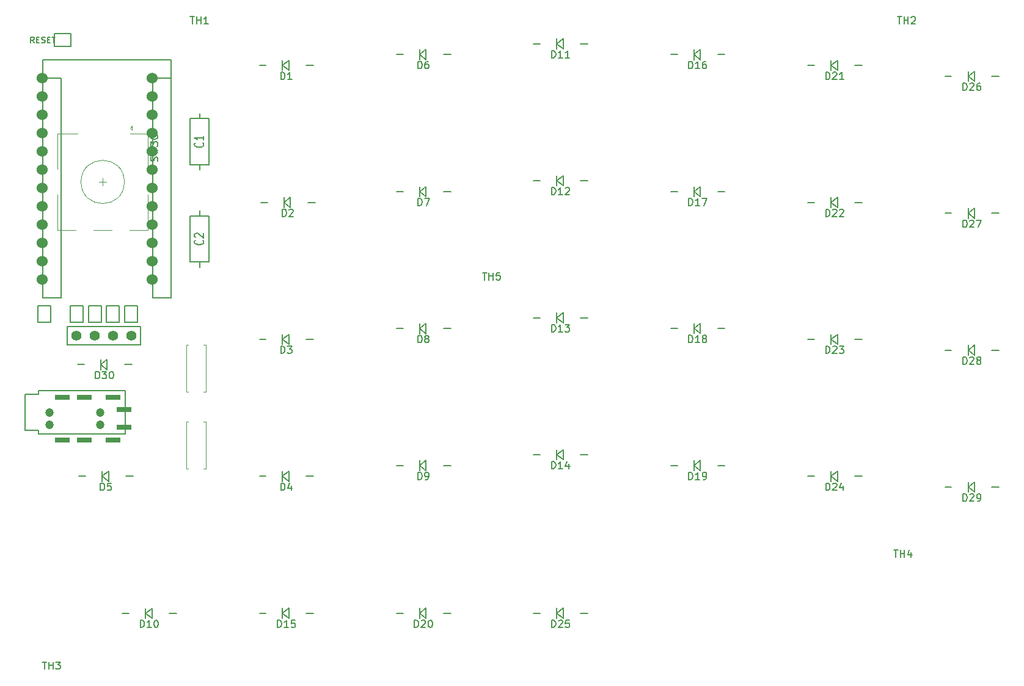
<source format=gto>
%TF.GenerationSoftware,KiCad,Pcbnew,8.0.0-8.0.0-1~ubuntu23.10.1*%
%TF.CreationDate,2024-03-08T09:57:00+02:00*%
%TF.ProjectId,reversible,72657665-7273-4696-926c-652e6b696361,rev?*%
%TF.SameCoordinates,Original*%
%TF.FileFunction,Legend,Top*%
%TF.FilePolarity,Positive*%
%FSLAX46Y46*%
G04 Gerber Fmt 4.6, Leading zero omitted, Abs format (unit mm)*
G04 Created by KiCad (PCBNEW 8.0.0-8.0.0-1~ubuntu23.10.1) date 2024-03-08 09:57:00*
%MOMM*%
%LPD*%
G01*
G04 APERTURE LIST*
%ADD10C,0.150000*%
%ADD11C,0.203200*%
%ADD12C,0.120000*%
%ADD13C,1.397000*%
%ADD14C,1.524000*%
%ADD15C,1.200000*%
%ADD16R,2.100000X0.800000*%
G04 APERTURE END LIST*
D10*
X166285714Y-70957359D02*
X166285714Y-69957359D01*
X166285714Y-69957359D02*
X166523809Y-69957359D01*
X166523809Y-69957359D02*
X166666666Y-70004978D01*
X166666666Y-70004978D02*
X166761904Y-70100216D01*
X166761904Y-70100216D02*
X166809523Y-70195454D01*
X166809523Y-70195454D02*
X166857142Y-70385930D01*
X166857142Y-70385930D02*
X166857142Y-70528787D01*
X166857142Y-70528787D02*
X166809523Y-70719263D01*
X166809523Y-70719263D02*
X166761904Y-70814501D01*
X166761904Y-70814501D02*
X166666666Y-70909740D01*
X166666666Y-70909740D02*
X166523809Y-70957359D01*
X166523809Y-70957359D02*
X166285714Y-70957359D01*
X167238095Y-70052597D02*
X167285714Y-70004978D01*
X167285714Y-70004978D02*
X167380952Y-69957359D01*
X167380952Y-69957359D02*
X167619047Y-69957359D01*
X167619047Y-69957359D02*
X167714285Y-70004978D01*
X167714285Y-70004978D02*
X167761904Y-70052597D01*
X167761904Y-70052597D02*
X167809523Y-70147835D01*
X167809523Y-70147835D02*
X167809523Y-70243073D01*
X167809523Y-70243073D02*
X167761904Y-70385930D01*
X167761904Y-70385930D02*
X167190476Y-70957359D01*
X167190476Y-70957359D02*
X167809523Y-70957359D01*
X168190476Y-70052597D02*
X168238095Y-70004978D01*
X168238095Y-70004978D02*
X168333333Y-69957359D01*
X168333333Y-69957359D02*
X168571428Y-69957359D01*
X168571428Y-69957359D02*
X168666666Y-70004978D01*
X168666666Y-70004978D02*
X168714285Y-70052597D01*
X168714285Y-70052597D02*
X168761904Y-70147835D01*
X168761904Y-70147835D02*
X168761904Y-70243073D01*
X168761904Y-70243073D02*
X168714285Y-70385930D01*
X168714285Y-70385930D02*
X168142857Y-70957359D01*
X168142857Y-70957359D02*
X168761904Y-70957359D01*
X109761905Y-50454819D02*
X109761905Y-49454819D01*
X109761905Y-49454819D02*
X110000000Y-49454819D01*
X110000000Y-49454819D02*
X110142857Y-49502438D01*
X110142857Y-49502438D02*
X110238095Y-49597676D01*
X110238095Y-49597676D02*
X110285714Y-49692914D01*
X110285714Y-49692914D02*
X110333333Y-49883390D01*
X110333333Y-49883390D02*
X110333333Y-50026247D01*
X110333333Y-50026247D02*
X110285714Y-50216723D01*
X110285714Y-50216723D02*
X110238095Y-50311961D01*
X110238095Y-50311961D02*
X110142857Y-50407200D01*
X110142857Y-50407200D02*
X110000000Y-50454819D01*
X110000000Y-50454819D02*
X109761905Y-50454819D01*
X111190476Y-49454819D02*
X111000000Y-49454819D01*
X111000000Y-49454819D02*
X110904762Y-49502438D01*
X110904762Y-49502438D02*
X110857143Y-49550057D01*
X110857143Y-49550057D02*
X110761905Y-49692914D01*
X110761905Y-49692914D02*
X110714286Y-49883390D01*
X110714286Y-49883390D02*
X110714286Y-50264342D01*
X110714286Y-50264342D02*
X110761905Y-50359580D01*
X110761905Y-50359580D02*
X110809524Y-50407200D01*
X110809524Y-50407200D02*
X110904762Y-50454819D01*
X110904762Y-50454819D02*
X111095238Y-50454819D01*
X111095238Y-50454819D02*
X111190476Y-50407200D01*
X111190476Y-50407200D02*
X111238095Y-50359580D01*
X111238095Y-50359580D02*
X111285714Y-50264342D01*
X111285714Y-50264342D02*
X111285714Y-50026247D01*
X111285714Y-50026247D02*
X111238095Y-49931009D01*
X111238095Y-49931009D02*
X111190476Y-49883390D01*
X111190476Y-49883390D02*
X111095238Y-49835771D01*
X111095238Y-49835771D02*
X110904762Y-49835771D01*
X110904762Y-49835771D02*
X110809524Y-49883390D01*
X110809524Y-49883390D02*
X110761905Y-49931009D01*
X110761905Y-49931009D02*
X110714286Y-50026247D01*
X90285714Y-127954819D02*
X90285714Y-126954819D01*
X90285714Y-126954819D02*
X90523809Y-126954819D01*
X90523809Y-126954819D02*
X90666666Y-127002438D01*
X90666666Y-127002438D02*
X90761904Y-127097676D01*
X90761904Y-127097676D02*
X90809523Y-127192914D01*
X90809523Y-127192914D02*
X90857142Y-127383390D01*
X90857142Y-127383390D02*
X90857142Y-127526247D01*
X90857142Y-127526247D02*
X90809523Y-127716723D01*
X90809523Y-127716723D02*
X90761904Y-127811961D01*
X90761904Y-127811961D02*
X90666666Y-127907200D01*
X90666666Y-127907200D02*
X90523809Y-127954819D01*
X90523809Y-127954819D02*
X90285714Y-127954819D01*
X91809523Y-127954819D02*
X91238095Y-127954819D01*
X91523809Y-127954819D02*
X91523809Y-126954819D01*
X91523809Y-126954819D02*
X91428571Y-127097676D01*
X91428571Y-127097676D02*
X91333333Y-127192914D01*
X91333333Y-127192914D02*
X91238095Y-127240533D01*
X92714285Y-126954819D02*
X92238095Y-126954819D01*
X92238095Y-126954819D02*
X92190476Y-127431009D01*
X92190476Y-127431009D02*
X92238095Y-127383390D01*
X92238095Y-127383390D02*
X92333333Y-127335771D01*
X92333333Y-127335771D02*
X92571428Y-127335771D01*
X92571428Y-127335771D02*
X92666666Y-127383390D01*
X92666666Y-127383390D02*
X92714285Y-127431009D01*
X92714285Y-127431009D02*
X92761904Y-127526247D01*
X92761904Y-127526247D02*
X92761904Y-127764342D01*
X92761904Y-127764342D02*
X92714285Y-127859580D01*
X92714285Y-127859580D02*
X92666666Y-127907200D01*
X92666666Y-127907200D02*
X92571428Y-127954819D01*
X92571428Y-127954819D02*
X92333333Y-127954819D01*
X92333333Y-127954819D02*
X92238095Y-127907200D01*
X92238095Y-127907200D02*
X92190476Y-127859580D01*
X166285714Y-108954819D02*
X166285714Y-107954819D01*
X166285714Y-107954819D02*
X166523809Y-107954819D01*
X166523809Y-107954819D02*
X166666666Y-108002438D01*
X166666666Y-108002438D02*
X166761904Y-108097676D01*
X166761904Y-108097676D02*
X166809523Y-108192914D01*
X166809523Y-108192914D02*
X166857142Y-108383390D01*
X166857142Y-108383390D02*
X166857142Y-108526247D01*
X166857142Y-108526247D02*
X166809523Y-108716723D01*
X166809523Y-108716723D02*
X166761904Y-108811961D01*
X166761904Y-108811961D02*
X166666666Y-108907200D01*
X166666666Y-108907200D02*
X166523809Y-108954819D01*
X166523809Y-108954819D02*
X166285714Y-108954819D01*
X167238095Y-108050057D02*
X167285714Y-108002438D01*
X167285714Y-108002438D02*
X167380952Y-107954819D01*
X167380952Y-107954819D02*
X167619047Y-107954819D01*
X167619047Y-107954819D02*
X167714285Y-108002438D01*
X167714285Y-108002438D02*
X167761904Y-108050057D01*
X167761904Y-108050057D02*
X167809523Y-108145295D01*
X167809523Y-108145295D02*
X167809523Y-108240533D01*
X167809523Y-108240533D02*
X167761904Y-108383390D01*
X167761904Y-108383390D02*
X167190476Y-108954819D01*
X167190476Y-108954819D02*
X167809523Y-108954819D01*
X168666666Y-108288152D02*
X168666666Y-108954819D01*
X168428571Y-107907200D02*
X168190476Y-108621485D01*
X168190476Y-108621485D02*
X168809523Y-108621485D01*
X71285714Y-127957359D02*
X71285714Y-126957359D01*
X71285714Y-126957359D02*
X71523809Y-126957359D01*
X71523809Y-126957359D02*
X71666666Y-127004978D01*
X71666666Y-127004978D02*
X71761904Y-127100216D01*
X71761904Y-127100216D02*
X71809523Y-127195454D01*
X71809523Y-127195454D02*
X71857142Y-127385930D01*
X71857142Y-127385930D02*
X71857142Y-127528787D01*
X71857142Y-127528787D02*
X71809523Y-127719263D01*
X71809523Y-127719263D02*
X71761904Y-127814501D01*
X71761904Y-127814501D02*
X71666666Y-127909740D01*
X71666666Y-127909740D02*
X71523809Y-127957359D01*
X71523809Y-127957359D02*
X71285714Y-127957359D01*
X72809523Y-127957359D02*
X72238095Y-127957359D01*
X72523809Y-127957359D02*
X72523809Y-126957359D01*
X72523809Y-126957359D02*
X72428571Y-127100216D01*
X72428571Y-127100216D02*
X72333333Y-127195454D01*
X72333333Y-127195454D02*
X72238095Y-127243073D01*
X73428571Y-126957359D02*
X73523809Y-126957359D01*
X73523809Y-126957359D02*
X73619047Y-127004978D01*
X73619047Y-127004978D02*
X73666666Y-127052597D01*
X73666666Y-127052597D02*
X73714285Y-127147835D01*
X73714285Y-127147835D02*
X73761904Y-127338311D01*
X73761904Y-127338311D02*
X73761904Y-127576406D01*
X73761904Y-127576406D02*
X73714285Y-127766882D01*
X73714285Y-127766882D02*
X73666666Y-127862120D01*
X73666666Y-127862120D02*
X73619047Y-127909740D01*
X73619047Y-127909740D02*
X73523809Y-127957359D01*
X73523809Y-127957359D02*
X73428571Y-127957359D01*
X73428571Y-127957359D02*
X73333333Y-127909740D01*
X73333333Y-127909740D02*
X73285714Y-127862120D01*
X73285714Y-127862120D02*
X73238095Y-127766882D01*
X73238095Y-127766882D02*
X73190476Y-127576406D01*
X73190476Y-127576406D02*
X73190476Y-127338311D01*
X73190476Y-127338311D02*
X73238095Y-127147835D01*
X73238095Y-127147835D02*
X73285714Y-127052597D01*
X73285714Y-127052597D02*
X73333333Y-127004978D01*
X73333333Y-127004978D02*
X73428571Y-126957359D01*
X90761905Y-108957359D02*
X90761905Y-107957359D01*
X90761905Y-107957359D02*
X91000000Y-107957359D01*
X91000000Y-107957359D02*
X91142857Y-108004978D01*
X91142857Y-108004978D02*
X91238095Y-108100216D01*
X91238095Y-108100216D02*
X91285714Y-108195454D01*
X91285714Y-108195454D02*
X91333333Y-108385930D01*
X91333333Y-108385930D02*
X91333333Y-108528787D01*
X91333333Y-108528787D02*
X91285714Y-108719263D01*
X91285714Y-108719263D02*
X91238095Y-108814501D01*
X91238095Y-108814501D02*
X91142857Y-108909740D01*
X91142857Y-108909740D02*
X91000000Y-108957359D01*
X91000000Y-108957359D02*
X90761905Y-108957359D01*
X92190476Y-108290692D02*
X92190476Y-108957359D01*
X91952381Y-107909740D02*
X91714286Y-108624025D01*
X91714286Y-108624025D02*
X92333333Y-108624025D01*
X73682875Y-63279288D02*
X73730494Y-63136431D01*
X73730494Y-63136431D02*
X73730494Y-62898336D01*
X73730494Y-62898336D02*
X73682875Y-62803098D01*
X73682875Y-62803098D02*
X73635255Y-62755479D01*
X73635255Y-62755479D02*
X73540017Y-62707860D01*
X73540017Y-62707860D02*
X73444779Y-62707860D01*
X73444779Y-62707860D02*
X73349541Y-62755479D01*
X73349541Y-62755479D02*
X73301922Y-62803098D01*
X73301922Y-62803098D02*
X73254303Y-62898336D01*
X73254303Y-62898336D02*
X73206684Y-63088812D01*
X73206684Y-63088812D02*
X73159065Y-63184050D01*
X73159065Y-63184050D02*
X73111446Y-63231669D01*
X73111446Y-63231669D02*
X73016208Y-63279288D01*
X73016208Y-63279288D02*
X72920970Y-63279288D01*
X72920970Y-63279288D02*
X72825732Y-63231669D01*
X72825732Y-63231669D02*
X72778113Y-63184050D01*
X72778113Y-63184050D02*
X72730494Y-63088812D01*
X72730494Y-63088812D02*
X72730494Y-62850717D01*
X72730494Y-62850717D02*
X72778113Y-62707860D01*
X72730494Y-62374526D02*
X73730494Y-62136431D01*
X73730494Y-62136431D02*
X73016208Y-61945955D01*
X73016208Y-61945955D02*
X73730494Y-61755479D01*
X73730494Y-61755479D02*
X72730494Y-61517384D01*
X72730494Y-61231669D02*
X72730494Y-60612622D01*
X72730494Y-60612622D02*
X73111446Y-60945955D01*
X73111446Y-60945955D02*
X73111446Y-60803098D01*
X73111446Y-60803098D02*
X73159065Y-60707860D01*
X73159065Y-60707860D02*
X73206684Y-60660241D01*
X73206684Y-60660241D02*
X73301922Y-60612622D01*
X73301922Y-60612622D02*
X73540017Y-60612622D01*
X73540017Y-60612622D02*
X73635255Y-60660241D01*
X73635255Y-60660241D02*
X73682875Y-60707860D01*
X73682875Y-60707860D02*
X73730494Y-60803098D01*
X73730494Y-60803098D02*
X73730494Y-61088812D01*
X73730494Y-61088812D02*
X73682875Y-61184050D01*
X73682875Y-61184050D02*
X73635255Y-61231669D01*
X72730494Y-59993574D02*
X72730494Y-59898336D01*
X72730494Y-59898336D02*
X72778113Y-59803098D01*
X72778113Y-59803098D02*
X72825732Y-59755479D01*
X72825732Y-59755479D02*
X72920970Y-59707860D01*
X72920970Y-59707860D02*
X73111446Y-59660241D01*
X73111446Y-59660241D02*
X73349541Y-59660241D01*
X73349541Y-59660241D02*
X73540017Y-59707860D01*
X73540017Y-59707860D02*
X73635255Y-59755479D01*
X73635255Y-59755479D02*
X73682875Y-59803098D01*
X73682875Y-59803098D02*
X73730494Y-59898336D01*
X73730494Y-59898336D02*
X73730494Y-59993574D01*
X73730494Y-59993574D02*
X73682875Y-60088812D01*
X73682875Y-60088812D02*
X73635255Y-60136431D01*
X73635255Y-60136431D02*
X73540017Y-60184050D01*
X73540017Y-60184050D02*
X73349541Y-60231669D01*
X73349541Y-60231669D02*
X73111446Y-60231669D01*
X73111446Y-60231669D02*
X72920970Y-60184050D01*
X72920970Y-60184050D02*
X72825732Y-60136431D01*
X72825732Y-60136431D02*
X72778113Y-60088812D01*
X72778113Y-60088812D02*
X72730494Y-59993574D01*
X147285714Y-107457359D02*
X147285714Y-106457359D01*
X147285714Y-106457359D02*
X147523809Y-106457359D01*
X147523809Y-106457359D02*
X147666666Y-106504978D01*
X147666666Y-106504978D02*
X147761904Y-106600216D01*
X147761904Y-106600216D02*
X147809523Y-106695454D01*
X147809523Y-106695454D02*
X147857142Y-106885930D01*
X147857142Y-106885930D02*
X147857142Y-107028787D01*
X147857142Y-107028787D02*
X147809523Y-107219263D01*
X147809523Y-107219263D02*
X147761904Y-107314501D01*
X147761904Y-107314501D02*
X147666666Y-107409740D01*
X147666666Y-107409740D02*
X147523809Y-107457359D01*
X147523809Y-107457359D02*
X147285714Y-107457359D01*
X148809523Y-107457359D02*
X148238095Y-107457359D01*
X148523809Y-107457359D02*
X148523809Y-106457359D01*
X148523809Y-106457359D02*
X148428571Y-106600216D01*
X148428571Y-106600216D02*
X148333333Y-106695454D01*
X148333333Y-106695454D02*
X148238095Y-106743073D01*
X149285714Y-107457359D02*
X149476190Y-107457359D01*
X149476190Y-107457359D02*
X149571428Y-107409740D01*
X149571428Y-107409740D02*
X149619047Y-107362120D01*
X149619047Y-107362120D02*
X149714285Y-107219263D01*
X149714285Y-107219263D02*
X149761904Y-107028787D01*
X149761904Y-107028787D02*
X149761904Y-106647835D01*
X149761904Y-106647835D02*
X149714285Y-106552597D01*
X149714285Y-106552597D02*
X149666666Y-106504978D01*
X149666666Y-106504978D02*
X149571428Y-106457359D01*
X149571428Y-106457359D02*
X149380952Y-106457359D01*
X149380952Y-106457359D02*
X149285714Y-106504978D01*
X149285714Y-106504978D02*
X149238095Y-106552597D01*
X149238095Y-106552597D02*
X149190476Y-106647835D01*
X149190476Y-106647835D02*
X149190476Y-106885930D01*
X149190476Y-106885930D02*
X149238095Y-106981168D01*
X149238095Y-106981168D02*
X149285714Y-107028787D01*
X149285714Y-107028787D02*
X149380952Y-107076406D01*
X149380952Y-107076406D02*
X149571428Y-107076406D01*
X149571428Y-107076406D02*
X149666666Y-107028787D01*
X149666666Y-107028787D02*
X149714285Y-106981168D01*
X149714285Y-106981168D02*
X149761904Y-106885930D01*
X109761905Y-107457359D02*
X109761905Y-106457359D01*
X109761905Y-106457359D02*
X110000000Y-106457359D01*
X110000000Y-106457359D02*
X110142857Y-106504978D01*
X110142857Y-106504978D02*
X110238095Y-106600216D01*
X110238095Y-106600216D02*
X110285714Y-106695454D01*
X110285714Y-106695454D02*
X110333333Y-106885930D01*
X110333333Y-106885930D02*
X110333333Y-107028787D01*
X110333333Y-107028787D02*
X110285714Y-107219263D01*
X110285714Y-107219263D02*
X110238095Y-107314501D01*
X110238095Y-107314501D02*
X110142857Y-107409740D01*
X110142857Y-107409740D02*
X110000000Y-107457359D01*
X110000000Y-107457359D02*
X109761905Y-107457359D01*
X110809524Y-107457359D02*
X111000000Y-107457359D01*
X111000000Y-107457359D02*
X111095238Y-107409740D01*
X111095238Y-107409740D02*
X111142857Y-107362120D01*
X111142857Y-107362120D02*
X111238095Y-107219263D01*
X111238095Y-107219263D02*
X111285714Y-107028787D01*
X111285714Y-107028787D02*
X111285714Y-106647835D01*
X111285714Y-106647835D02*
X111238095Y-106552597D01*
X111238095Y-106552597D02*
X111190476Y-106504978D01*
X111190476Y-106504978D02*
X111095238Y-106457359D01*
X111095238Y-106457359D02*
X110904762Y-106457359D01*
X110904762Y-106457359D02*
X110809524Y-106504978D01*
X110809524Y-106504978D02*
X110761905Y-106552597D01*
X110761905Y-106552597D02*
X110714286Y-106647835D01*
X110714286Y-106647835D02*
X110714286Y-106885930D01*
X110714286Y-106885930D02*
X110761905Y-106981168D01*
X110761905Y-106981168D02*
X110809524Y-107028787D01*
X110809524Y-107028787D02*
X110904762Y-107076406D01*
X110904762Y-107076406D02*
X111095238Y-107076406D01*
X111095238Y-107076406D02*
X111190476Y-107028787D01*
X111190476Y-107028787D02*
X111238095Y-106981168D01*
X111238095Y-106981168D02*
X111285714Y-106885930D01*
X56565265Y-46868216D02*
X56294332Y-46481169D01*
X56100808Y-46868216D02*
X56100808Y-46055416D01*
X56100808Y-46055416D02*
X56410446Y-46055416D01*
X56410446Y-46055416D02*
X56487856Y-46094121D01*
X56487856Y-46094121D02*
X56526561Y-46132826D01*
X56526561Y-46132826D02*
X56565265Y-46210235D01*
X56565265Y-46210235D02*
X56565265Y-46326350D01*
X56565265Y-46326350D02*
X56526561Y-46403759D01*
X56526561Y-46403759D02*
X56487856Y-46442464D01*
X56487856Y-46442464D02*
X56410446Y-46481169D01*
X56410446Y-46481169D02*
X56100808Y-46481169D01*
X56913608Y-46442464D02*
X57184542Y-46442464D01*
X57300656Y-46868216D02*
X56913608Y-46868216D01*
X56913608Y-46868216D02*
X56913608Y-46055416D01*
X56913608Y-46055416D02*
X57300656Y-46055416D01*
X57610294Y-46829512D02*
X57726408Y-46868216D01*
X57726408Y-46868216D02*
X57919932Y-46868216D01*
X57919932Y-46868216D02*
X57997341Y-46829512D01*
X57997341Y-46829512D02*
X58036046Y-46790807D01*
X58036046Y-46790807D02*
X58074751Y-46713397D01*
X58074751Y-46713397D02*
X58074751Y-46635988D01*
X58074751Y-46635988D02*
X58036046Y-46558578D01*
X58036046Y-46558578D02*
X57997341Y-46519873D01*
X57997341Y-46519873D02*
X57919932Y-46481169D01*
X57919932Y-46481169D02*
X57765113Y-46442464D01*
X57765113Y-46442464D02*
X57687703Y-46403759D01*
X57687703Y-46403759D02*
X57648998Y-46365054D01*
X57648998Y-46365054D02*
X57610294Y-46287645D01*
X57610294Y-46287645D02*
X57610294Y-46210235D01*
X57610294Y-46210235D02*
X57648998Y-46132826D01*
X57648998Y-46132826D02*
X57687703Y-46094121D01*
X57687703Y-46094121D02*
X57765113Y-46055416D01*
X57765113Y-46055416D02*
X57958636Y-46055416D01*
X57958636Y-46055416D02*
X58074751Y-46094121D01*
X58423093Y-46442464D02*
X58694027Y-46442464D01*
X58810141Y-46868216D02*
X58423093Y-46868216D01*
X58423093Y-46868216D02*
X58423093Y-46055416D01*
X58423093Y-46055416D02*
X58810141Y-46055416D01*
X59042369Y-46055416D02*
X59506826Y-46055416D01*
X59274598Y-46868216D02*
X59274598Y-46055416D01*
X57714286Y-132754819D02*
X58285714Y-132754819D01*
X58000000Y-133754819D02*
X58000000Y-132754819D01*
X58619048Y-133754819D02*
X58619048Y-132754819D01*
X58619048Y-133231009D02*
X59190476Y-133231009D01*
X59190476Y-133754819D02*
X59190476Y-132754819D01*
X59571429Y-132754819D02*
X60190476Y-132754819D01*
X60190476Y-132754819D02*
X59857143Y-133135771D01*
X59857143Y-133135771D02*
X60000000Y-133135771D01*
X60000000Y-133135771D02*
X60095238Y-133183390D01*
X60095238Y-133183390D02*
X60142857Y-133231009D01*
X60142857Y-133231009D02*
X60190476Y-133326247D01*
X60190476Y-133326247D02*
X60190476Y-133564342D01*
X60190476Y-133564342D02*
X60142857Y-133659580D01*
X60142857Y-133659580D02*
X60095238Y-133707200D01*
X60095238Y-133707200D02*
X60000000Y-133754819D01*
X60000000Y-133754819D02*
X59714286Y-133754819D01*
X59714286Y-133754819D02*
X59619048Y-133707200D01*
X59619048Y-133707200D02*
X59571429Y-133659580D01*
X147285714Y-69454819D02*
X147285714Y-68454819D01*
X147285714Y-68454819D02*
X147523809Y-68454819D01*
X147523809Y-68454819D02*
X147666666Y-68502438D01*
X147666666Y-68502438D02*
X147761904Y-68597676D01*
X147761904Y-68597676D02*
X147809523Y-68692914D01*
X147809523Y-68692914D02*
X147857142Y-68883390D01*
X147857142Y-68883390D02*
X147857142Y-69026247D01*
X147857142Y-69026247D02*
X147809523Y-69216723D01*
X147809523Y-69216723D02*
X147761904Y-69311961D01*
X147761904Y-69311961D02*
X147666666Y-69407200D01*
X147666666Y-69407200D02*
X147523809Y-69454819D01*
X147523809Y-69454819D02*
X147285714Y-69454819D01*
X148809523Y-69454819D02*
X148238095Y-69454819D01*
X148523809Y-69454819D02*
X148523809Y-68454819D01*
X148523809Y-68454819D02*
X148428571Y-68597676D01*
X148428571Y-68597676D02*
X148333333Y-68692914D01*
X148333333Y-68692914D02*
X148238095Y-68740533D01*
X149142857Y-68454819D02*
X149809523Y-68454819D01*
X149809523Y-68454819D02*
X149380952Y-69454819D01*
X147285714Y-50454819D02*
X147285714Y-49454819D01*
X147285714Y-49454819D02*
X147523809Y-49454819D01*
X147523809Y-49454819D02*
X147666666Y-49502438D01*
X147666666Y-49502438D02*
X147761904Y-49597676D01*
X147761904Y-49597676D02*
X147809523Y-49692914D01*
X147809523Y-49692914D02*
X147857142Y-49883390D01*
X147857142Y-49883390D02*
X147857142Y-50026247D01*
X147857142Y-50026247D02*
X147809523Y-50216723D01*
X147809523Y-50216723D02*
X147761904Y-50311961D01*
X147761904Y-50311961D02*
X147666666Y-50407200D01*
X147666666Y-50407200D02*
X147523809Y-50454819D01*
X147523809Y-50454819D02*
X147285714Y-50454819D01*
X148809523Y-50454819D02*
X148238095Y-50454819D01*
X148523809Y-50454819D02*
X148523809Y-49454819D01*
X148523809Y-49454819D02*
X148428571Y-49597676D01*
X148428571Y-49597676D02*
X148333333Y-49692914D01*
X148333333Y-49692914D02*
X148238095Y-49740533D01*
X149666666Y-49454819D02*
X149476190Y-49454819D01*
X149476190Y-49454819D02*
X149380952Y-49502438D01*
X149380952Y-49502438D02*
X149333333Y-49550057D01*
X149333333Y-49550057D02*
X149238095Y-49692914D01*
X149238095Y-49692914D02*
X149190476Y-49883390D01*
X149190476Y-49883390D02*
X149190476Y-50264342D01*
X149190476Y-50264342D02*
X149238095Y-50359580D01*
X149238095Y-50359580D02*
X149285714Y-50407200D01*
X149285714Y-50407200D02*
X149380952Y-50454819D01*
X149380952Y-50454819D02*
X149571428Y-50454819D01*
X149571428Y-50454819D02*
X149666666Y-50407200D01*
X149666666Y-50407200D02*
X149714285Y-50359580D01*
X149714285Y-50359580D02*
X149761904Y-50264342D01*
X149761904Y-50264342D02*
X149761904Y-50026247D01*
X149761904Y-50026247D02*
X149714285Y-49931009D01*
X149714285Y-49931009D02*
X149666666Y-49883390D01*
X149666666Y-49883390D02*
X149571428Y-49835771D01*
X149571428Y-49835771D02*
X149380952Y-49835771D01*
X149380952Y-49835771D02*
X149285714Y-49883390D01*
X149285714Y-49883390D02*
X149238095Y-49931009D01*
X149238095Y-49931009D02*
X149190476Y-50026247D01*
X90961905Y-70954819D02*
X90961905Y-69954819D01*
X90961905Y-69954819D02*
X91200000Y-69954819D01*
X91200000Y-69954819D02*
X91342857Y-70002438D01*
X91342857Y-70002438D02*
X91438095Y-70097676D01*
X91438095Y-70097676D02*
X91485714Y-70192914D01*
X91485714Y-70192914D02*
X91533333Y-70383390D01*
X91533333Y-70383390D02*
X91533333Y-70526247D01*
X91533333Y-70526247D02*
X91485714Y-70716723D01*
X91485714Y-70716723D02*
X91438095Y-70811961D01*
X91438095Y-70811961D02*
X91342857Y-70907200D01*
X91342857Y-70907200D02*
X91200000Y-70954819D01*
X91200000Y-70954819D02*
X90961905Y-70954819D01*
X91914286Y-70050057D02*
X91961905Y-70002438D01*
X91961905Y-70002438D02*
X92057143Y-69954819D01*
X92057143Y-69954819D02*
X92295238Y-69954819D01*
X92295238Y-69954819D02*
X92390476Y-70002438D01*
X92390476Y-70002438D02*
X92438095Y-70050057D01*
X92438095Y-70050057D02*
X92485714Y-70145295D01*
X92485714Y-70145295D02*
X92485714Y-70240533D01*
X92485714Y-70240533D02*
X92438095Y-70383390D01*
X92438095Y-70383390D02*
X91866667Y-70954819D01*
X91866667Y-70954819D02*
X92485714Y-70954819D01*
X176214286Y-43254819D02*
X176785714Y-43254819D01*
X176500000Y-44254819D02*
X176500000Y-43254819D01*
X177119048Y-44254819D02*
X177119048Y-43254819D01*
X177119048Y-43731009D02*
X177690476Y-43731009D01*
X177690476Y-44254819D02*
X177690476Y-43254819D01*
X178119048Y-43350057D02*
X178166667Y-43302438D01*
X178166667Y-43302438D02*
X178261905Y-43254819D01*
X178261905Y-43254819D02*
X178500000Y-43254819D01*
X178500000Y-43254819D02*
X178595238Y-43302438D01*
X178595238Y-43302438D02*
X178642857Y-43350057D01*
X178642857Y-43350057D02*
X178690476Y-43445295D01*
X178690476Y-43445295D02*
X178690476Y-43540533D01*
X178690476Y-43540533D02*
X178642857Y-43683390D01*
X178642857Y-43683390D02*
X178071429Y-44254819D01*
X178071429Y-44254819D02*
X178690476Y-44254819D01*
X128285714Y-67954819D02*
X128285714Y-66954819D01*
X128285714Y-66954819D02*
X128523809Y-66954819D01*
X128523809Y-66954819D02*
X128666666Y-67002438D01*
X128666666Y-67002438D02*
X128761904Y-67097676D01*
X128761904Y-67097676D02*
X128809523Y-67192914D01*
X128809523Y-67192914D02*
X128857142Y-67383390D01*
X128857142Y-67383390D02*
X128857142Y-67526247D01*
X128857142Y-67526247D02*
X128809523Y-67716723D01*
X128809523Y-67716723D02*
X128761904Y-67811961D01*
X128761904Y-67811961D02*
X128666666Y-67907200D01*
X128666666Y-67907200D02*
X128523809Y-67954819D01*
X128523809Y-67954819D02*
X128285714Y-67954819D01*
X129809523Y-67954819D02*
X129238095Y-67954819D01*
X129523809Y-67954819D02*
X129523809Y-66954819D01*
X129523809Y-66954819D02*
X129428571Y-67097676D01*
X129428571Y-67097676D02*
X129333333Y-67192914D01*
X129333333Y-67192914D02*
X129238095Y-67240533D01*
X130190476Y-67050057D02*
X130238095Y-67002438D01*
X130238095Y-67002438D02*
X130333333Y-66954819D01*
X130333333Y-66954819D02*
X130571428Y-66954819D01*
X130571428Y-66954819D02*
X130666666Y-67002438D01*
X130666666Y-67002438D02*
X130714285Y-67050057D01*
X130714285Y-67050057D02*
X130761904Y-67145295D01*
X130761904Y-67145295D02*
X130761904Y-67240533D01*
X130761904Y-67240533D02*
X130714285Y-67383390D01*
X130714285Y-67383390D02*
X130142857Y-67954819D01*
X130142857Y-67954819D02*
X130761904Y-67954819D01*
X147285714Y-88454819D02*
X147285714Y-87454819D01*
X147285714Y-87454819D02*
X147523809Y-87454819D01*
X147523809Y-87454819D02*
X147666666Y-87502438D01*
X147666666Y-87502438D02*
X147761904Y-87597676D01*
X147761904Y-87597676D02*
X147809523Y-87692914D01*
X147809523Y-87692914D02*
X147857142Y-87883390D01*
X147857142Y-87883390D02*
X147857142Y-88026247D01*
X147857142Y-88026247D02*
X147809523Y-88216723D01*
X147809523Y-88216723D02*
X147761904Y-88311961D01*
X147761904Y-88311961D02*
X147666666Y-88407200D01*
X147666666Y-88407200D02*
X147523809Y-88454819D01*
X147523809Y-88454819D02*
X147285714Y-88454819D01*
X148809523Y-88454819D02*
X148238095Y-88454819D01*
X148523809Y-88454819D02*
X148523809Y-87454819D01*
X148523809Y-87454819D02*
X148428571Y-87597676D01*
X148428571Y-87597676D02*
X148333333Y-87692914D01*
X148333333Y-87692914D02*
X148238095Y-87740533D01*
X149380952Y-87883390D02*
X149285714Y-87835771D01*
X149285714Y-87835771D02*
X149238095Y-87788152D01*
X149238095Y-87788152D02*
X149190476Y-87692914D01*
X149190476Y-87692914D02*
X149190476Y-87645295D01*
X149190476Y-87645295D02*
X149238095Y-87550057D01*
X149238095Y-87550057D02*
X149285714Y-87502438D01*
X149285714Y-87502438D02*
X149380952Y-87454819D01*
X149380952Y-87454819D02*
X149571428Y-87454819D01*
X149571428Y-87454819D02*
X149666666Y-87502438D01*
X149666666Y-87502438D02*
X149714285Y-87550057D01*
X149714285Y-87550057D02*
X149761904Y-87645295D01*
X149761904Y-87645295D02*
X149761904Y-87692914D01*
X149761904Y-87692914D02*
X149714285Y-87788152D01*
X149714285Y-87788152D02*
X149666666Y-87835771D01*
X149666666Y-87835771D02*
X149571428Y-87883390D01*
X149571428Y-87883390D02*
X149380952Y-87883390D01*
X149380952Y-87883390D02*
X149285714Y-87931009D01*
X149285714Y-87931009D02*
X149238095Y-87978628D01*
X149238095Y-87978628D02*
X149190476Y-88073866D01*
X149190476Y-88073866D02*
X149190476Y-88264342D01*
X149190476Y-88264342D02*
X149238095Y-88359580D01*
X149238095Y-88359580D02*
X149285714Y-88407200D01*
X149285714Y-88407200D02*
X149380952Y-88454819D01*
X149380952Y-88454819D02*
X149571428Y-88454819D01*
X149571428Y-88454819D02*
X149666666Y-88407200D01*
X149666666Y-88407200D02*
X149714285Y-88359580D01*
X149714285Y-88359580D02*
X149761904Y-88264342D01*
X149761904Y-88264342D02*
X149761904Y-88073866D01*
X149761904Y-88073866D02*
X149714285Y-87978628D01*
X149714285Y-87978628D02*
X149666666Y-87931009D01*
X149666666Y-87931009D02*
X149571428Y-87883390D01*
X175714286Y-117254819D02*
X176285714Y-117254819D01*
X176000000Y-118254819D02*
X176000000Y-117254819D01*
X176619048Y-118254819D02*
X176619048Y-117254819D01*
X176619048Y-117731009D02*
X177190476Y-117731009D01*
X177190476Y-118254819D02*
X177190476Y-117254819D01*
X178095238Y-117588152D02*
X178095238Y-118254819D01*
X177857143Y-117207200D02*
X177619048Y-117921485D01*
X177619048Y-117921485D02*
X178238095Y-117921485D01*
X65761905Y-108954819D02*
X65761905Y-107954819D01*
X65761905Y-107954819D02*
X66000000Y-107954819D01*
X66000000Y-107954819D02*
X66142857Y-108002438D01*
X66142857Y-108002438D02*
X66238095Y-108097676D01*
X66238095Y-108097676D02*
X66285714Y-108192914D01*
X66285714Y-108192914D02*
X66333333Y-108383390D01*
X66333333Y-108383390D02*
X66333333Y-108526247D01*
X66333333Y-108526247D02*
X66285714Y-108716723D01*
X66285714Y-108716723D02*
X66238095Y-108811961D01*
X66238095Y-108811961D02*
X66142857Y-108907200D01*
X66142857Y-108907200D02*
X66000000Y-108954819D01*
X66000000Y-108954819D02*
X65761905Y-108954819D01*
X67238095Y-107954819D02*
X66761905Y-107954819D01*
X66761905Y-107954819D02*
X66714286Y-108431009D01*
X66714286Y-108431009D02*
X66761905Y-108383390D01*
X66761905Y-108383390D02*
X66857143Y-108335771D01*
X66857143Y-108335771D02*
X67095238Y-108335771D01*
X67095238Y-108335771D02*
X67190476Y-108383390D01*
X67190476Y-108383390D02*
X67238095Y-108431009D01*
X67238095Y-108431009D02*
X67285714Y-108526247D01*
X67285714Y-108526247D02*
X67285714Y-108764342D01*
X67285714Y-108764342D02*
X67238095Y-108859580D01*
X67238095Y-108859580D02*
X67190476Y-108907200D01*
X67190476Y-108907200D02*
X67095238Y-108954819D01*
X67095238Y-108954819D02*
X66857143Y-108954819D01*
X66857143Y-108954819D02*
X66761905Y-108907200D01*
X66761905Y-108907200D02*
X66714286Y-108859580D01*
X128285714Y-48954819D02*
X128285714Y-47954819D01*
X128285714Y-47954819D02*
X128523809Y-47954819D01*
X128523809Y-47954819D02*
X128666666Y-48002438D01*
X128666666Y-48002438D02*
X128761904Y-48097676D01*
X128761904Y-48097676D02*
X128809523Y-48192914D01*
X128809523Y-48192914D02*
X128857142Y-48383390D01*
X128857142Y-48383390D02*
X128857142Y-48526247D01*
X128857142Y-48526247D02*
X128809523Y-48716723D01*
X128809523Y-48716723D02*
X128761904Y-48811961D01*
X128761904Y-48811961D02*
X128666666Y-48907200D01*
X128666666Y-48907200D02*
X128523809Y-48954819D01*
X128523809Y-48954819D02*
X128285714Y-48954819D01*
X129809523Y-48954819D02*
X129238095Y-48954819D01*
X129523809Y-48954819D02*
X129523809Y-47954819D01*
X129523809Y-47954819D02*
X129428571Y-48097676D01*
X129428571Y-48097676D02*
X129333333Y-48192914D01*
X129333333Y-48192914D02*
X129238095Y-48240533D01*
X130761904Y-48954819D02*
X130190476Y-48954819D01*
X130476190Y-48954819D02*
X130476190Y-47954819D01*
X130476190Y-47954819D02*
X130380952Y-48097676D01*
X130380952Y-48097676D02*
X130285714Y-48192914D01*
X130285714Y-48192914D02*
X130190476Y-48240533D01*
X185285714Y-91454819D02*
X185285714Y-90454819D01*
X185285714Y-90454819D02*
X185523809Y-90454819D01*
X185523809Y-90454819D02*
X185666666Y-90502438D01*
X185666666Y-90502438D02*
X185761904Y-90597676D01*
X185761904Y-90597676D02*
X185809523Y-90692914D01*
X185809523Y-90692914D02*
X185857142Y-90883390D01*
X185857142Y-90883390D02*
X185857142Y-91026247D01*
X185857142Y-91026247D02*
X185809523Y-91216723D01*
X185809523Y-91216723D02*
X185761904Y-91311961D01*
X185761904Y-91311961D02*
X185666666Y-91407200D01*
X185666666Y-91407200D02*
X185523809Y-91454819D01*
X185523809Y-91454819D02*
X185285714Y-91454819D01*
X186238095Y-90550057D02*
X186285714Y-90502438D01*
X186285714Y-90502438D02*
X186380952Y-90454819D01*
X186380952Y-90454819D02*
X186619047Y-90454819D01*
X186619047Y-90454819D02*
X186714285Y-90502438D01*
X186714285Y-90502438D02*
X186761904Y-90550057D01*
X186761904Y-90550057D02*
X186809523Y-90645295D01*
X186809523Y-90645295D02*
X186809523Y-90740533D01*
X186809523Y-90740533D02*
X186761904Y-90883390D01*
X186761904Y-90883390D02*
X186190476Y-91454819D01*
X186190476Y-91454819D02*
X186809523Y-91454819D01*
X187380952Y-90883390D02*
X187285714Y-90835771D01*
X187285714Y-90835771D02*
X187238095Y-90788152D01*
X187238095Y-90788152D02*
X187190476Y-90692914D01*
X187190476Y-90692914D02*
X187190476Y-90645295D01*
X187190476Y-90645295D02*
X187238095Y-90550057D01*
X187238095Y-90550057D02*
X187285714Y-90502438D01*
X187285714Y-90502438D02*
X187380952Y-90454819D01*
X187380952Y-90454819D02*
X187571428Y-90454819D01*
X187571428Y-90454819D02*
X187666666Y-90502438D01*
X187666666Y-90502438D02*
X187714285Y-90550057D01*
X187714285Y-90550057D02*
X187761904Y-90645295D01*
X187761904Y-90645295D02*
X187761904Y-90692914D01*
X187761904Y-90692914D02*
X187714285Y-90788152D01*
X187714285Y-90788152D02*
X187666666Y-90835771D01*
X187666666Y-90835771D02*
X187571428Y-90883390D01*
X187571428Y-90883390D02*
X187380952Y-90883390D01*
X187380952Y-90883390D02*
X187285714Y-90931009D01*
X187285714Y-90931009D02*
X187238095Y-90978628D01*
X187238095Y-90978628D02*
X187190476Y-91073866D01*
X187190476Y-91073866D02*
X187190476Y-91264342D01*
X187190476Y-91264342D02*
X187238095Y-91359580D01*
X187238095Y-91359580D02*
X187285714Y-91407200D01*
X187285714Y-91407200D02*
X187380952Y-91454819D01*
X187380952Y-91454819D02*
X187571428Y-91454819D01*
X187571428Y-91454819D02*
X187666666Y-91407200D01*
X187666666Y-91407200D02*
X187714285Y-91359580D01*
X187714285Y-91359580D02*
X187761904Y-91264342D01*
X187761904Y-91264342D02*
X187761904Y-91073866D01*
X187761904Y-91073866D02*
X187714285Y-90978628D01*
X187714285Y-90978628D02*
X187666666Y-90931009D01*
X187666666Y-90931009D02*
X187571428Y-90883390D01*
X185285714Y-72457359D02*
X185285714Y-71457359D01*
X185285714Y-71457359D02*
X185523809Y-71457359D01*
X185523809Y-71457359D02*
X185666666Y-71504978D01*
X185666666Y-71504978D02*
X185761904Y-71600216D01*
X185761904Y-71600216D02*
X185809523Y-71695454D01*
X185809523Y-71695454D02*
X185857142Y-71885930D01*
X185857142Y-71885930D02*
X185857142Y-72028787D01*
X185857142Y-72028787D02*
X185809523Y-72219263D01*
X185809523Y-72219263D02*
X185761904Y-72314501D01*
X185761904Y-72314501D02*
X185666666Y-72409740D01*
X185666666Y-72409740D02*
X185523809Y-72457359D01*
X185523809Y-72457359D02*
X185285714Y-72457359D01*
X186238095Y-71552597D02*
X186285714Y-71504978D01*
X186285714Y-71504978D02*
X186380952Y-71457359D01*
X186380952Y-71457359D02*
X186619047Y-71457359D01*
X186619047Y-71457359D02*
X186714285Y-71504978D01*
X186714285Y-71504978D02*
X186761904Y-71552597D01*
X186761904Y-71552597D02*
X186809523Y-71647835D01*
X186809523Y-71647835D02*
X186809523Y-71743073D01*
X186809523Y-71743073D02*
X186761904Y-71885930D01*
X186761904Y-71885930D02*
X186190476Y-72457359D01*
X186190476Y-72457359D02*
X186809523Y-72457359D01*
X187142857Y-71457359D02*
X187809523Y-71457359D01*
X187809523Y-71457359D02*
X187380952Y-72457359D01*
X128285714Y-127954819D02*
X128285714Y-126954819D01*
X128285714Y-126954819D02*
X128523809Y-126954819D01*
X128523809Y-126954819D02*
X128666666Y-127002438D01*
X128666666Y-127002438D02*
X128761904Y-127097676D01*
X128761904Y-127097676D02*
X128809523Y-127192914D01*
X128809523Y-127192914D02*
X128857142Y-127383390D01*
X128857142Y-127383390D02*
X128857142Y-127526247D01*
X128857142Y-127526247D02*
X128809523Y-127716723D01*
X128809523Y-127716723D02*
X128761904Y-127811961D01*
X128761904Y-127811961D02*
X128666666Y-127907200D01*
X128666666Y-127907200D02*
X128523809Y-127954819D01*
X128523809Y-127954819D02*
X128285714Y-127954819D01*
X129238095Y-127050057D02*
X129285714Y-127002438D01*
X129285714Y-127002438D02*
X129380952Y-126954819D01*
X129380952Y-126954819D02*
X129619047Y-126954819D01*
X129619047Y-126954819D02*
X129714285Y-127002438D01*
X129714285Y-127002438D02*
X129761904Y-127050057D01*
X129761904Y-127050057D02*
X129809523Y-127145295D01*
X129809523Y-127145295D02*
X129809523Y-127240533D01*
X129809523Y-127240533D02*
X129761904Y-127383390D01*
X129761904Y-127383390D02*
X129190476Y-127954819D01*
X129190476Y-127954819D02*
X129809523Y-127954819D01*
X130714285Y-126954819D02*
X130238095Y-126954819D01*
X130238095Y-126954819D02*
X130190476Y-127431009D01*
X130190476Y-127431009D02*
X130238095Y-127383390D01*
X130238095Y-127383390D02*
X130333333Y-127335771D01*
X130333333Y-127335771D02*
X130571428Y-127335771D01*
X130571428Y-127335771D02*
X130666666Y-127383390D01*
X130666666Y-127383390D02*
X130714285Y-127431009D01*
X130714285Y-127431009D02*
X130761904Y-127526247D01*
X130761904Y-127526247D02*
X130761904Y-127764342D01*
X130761904Y-127764342D02*
X130714285Y-127859580D01*
X130714285Y-127859580D02*
X130666666Y-127907200D01*
X130666666Y-127907200D02*
X130571428Y-127954819D01*
X130571428Y-127954819D02*
X130333333Y-127954819D01*
X130333333Y-127954819D02*
X130238095Y-127907200D01*
X130238095Y-127907200D02*
X130190476Y-127859580D01*
X166285714Y-51954819D02*
X166285714Y-50954819D01*
X166285714Y-50954819D02*
X166523809Y-50954819D01*
X166523809Y-50954819D02*
X166666666Y-51002438D01*
X166666666Y-51002438D02*
X166761904Y-51097676D01*
X166761904Y-51097676D02*
X166809523Y-51192914D01*
X166809523Y-51192914D02*
X166857142Y-51383390D01*
X166857142Y-51383390D02*
X166857142Y-51526247D01*
X166857142Y-51526247D02*
X166809523Y-51716723D01*
X166809523Y-51716723D02*
X166761904Y-51811961D01*
X166761904Y-51811961D02*
X166666666Y-51907200D01*
X166666666Y-51907200D02*
X166523809Y-51954819D01*
X166523809Y-51954819D02*
X166285714Y-51954819D01*
X167238095Y-51050057D02*
X167285714Y-51002438D01*
X167285714Y-51002438D02*
X167380952Y-50954819D01*
X167380952Y-50954819D02*
X167619047Y-50954819D01*
X167619047Y-50954819D02*
X167714285Y-51002438D01*
X167714285Y-51002438D02*
X167761904Y-51050057D01*
X167761904Y-51050057D02*
X167809523Y-51145295D01*
X167809523Y-51145295D02*
X167809523Y-51240533D01*
X167809523Y-51240533D02*
X167761904Y-51383390D01*
X167761904Y-51383390D02*
X167190476Y-51954819D01*
X167190476Y-51954819D02*
X167809523Y-51954819D01*
X168761904Y-51954819D02*
X168190476Y-51954819D01*
X168476190Y-51954819D02*
X168476190Y-50954819D01*
X168476190Y-50954819D02*
X168380952Y-51097676D01*
X168380952Y-51097676D02*
X168285714Y-51192914D01*
X168285714Y-51192914D02*
X168190476Y-51240533D01*
D11*
X79956006Y-60749332D02*
X80016483Y-60797713D01*
X80016483Y-60797713D02*
X80076959Y-60942856D01*
X80076959Y-60942856D02*
X80076959Y-61039618D01*
X80076959Y-61039618D02*
X80016483Y-61184761D01*
X80016483Y-61184761D02*
X79895530Y-61281523D01*
X79895530Y-61281523D02*
X79774578Y-61329904D01*
X79774578Y-61329904D02*
X79532673Y-61378285D01*
X79532673Y-61378285D02*
X79351244Y-61378285D01*
X79351244Y-61378285D02*
X79109340Y-61329904D01*
X79109340Y-61329904D02*
X78988387Y-61281523D01*
X78988387Y-61281523D02*
X78867435Y-61184761D01*
X78867435Y-61184761D02*
X78806959Y-61039618D01*
X78806959Y-61039618D02*
X78806959Y-60942856D01*
X78806959Y-60942856D02*
X78867435Y-60797713D01*
X78867435Y-60797713D02*
X78927911Y-60749332D01*
X80076959Y-59781713D02*
X80076959Y-60362285D01*
X80076959Y-60071999D02*
X78806959Y-60071999D01*
X78806959Y-60071999D02*
X78988387Y-60168761D01*
X78988387Y-60168761D02*
X79109340Y-60265523D01*
X79109340Y-60265523D02*
X79169816Y-60362285D01*
D10*
X78214286Y-43254819D02*
X78785714Y-43254819D01*
X78500000Y-44254819D02*
X78500000Y-43254819D01*
X79119048Y-44254819D02*
X79119048Y-43254819D01*
X79119048Y-43731009D02*
X79690476Y-43731009D01*
X79690476Y-44254819D02*
X79690476Y-43254819D01*
X80690476Y-44254819D02*
X80119048Y-44254819D01*
X80404762Y-44254819D02*
X80404762Y-43254819D01*
X80404762Y-43254819D02*
X80309524Y-43397676D01*
X80309524Y-43397676D02*
X80214286Y-43492914D01*
X80214286Y-43492914D02*
X80119048Y-43540533D01*
X185285714Y-53457359D02*
X185285714Y-52457359D01*
X185285714Y-52457359D02*
X185523809Y-52457359D01*
X185523809Y-52457359D02*
X185666666Y-52504978D01*
X185666666Y-52504978D02*
X185761904Y-52600216D01*
X185761904Y-52600216D02*
X185809523Y-52695454D01*
X185809523Y-52695454D02*
X185857142Y-52885930D01*
X185857142Y-52885930D02*
X185857142Y-53028787D01*
X185857142Y-53028787D02*
X185809523Y-53219263D01*
X185809523Y-53219263D02*
X185761904Y-53314501D01*
X185761904Y-53314501D02*
X185666666Y-53409740D01*
X185666666Y-53409740D02*
X185523809Y-53457359D01*
X185523809Y-53457359D02*
X185285714Y-53457359D01*
X186238095Y-52552597D02*
X186285714Y-52504978D01*
X186285714Y-52504978D02*
X186380952Y-52457359D01*
X186380952Y-52457359D02*
X186619047Y-52457359D01*
X186619047Y-52457359D02*
X186714285Y-52504978D01*
X186714285Y-52504978D02*
X186761904Y-52552597D01*
X186761904Y-52552597D02*
X186809523Y-52647835D01*
X186809523Y-52647835D02*
X186809523Y-52743073D01*
X186809523Y-52743073D02*
X186761904Y-52885930D01*
X186761904Y-52885930D02*
X186190476Y-53457359D01*
X186190476Y-53457359D02*
X186809523Y-53457359D01*
X187666666Y-52457359D02*
X187476190Y-52457359D01*
X187476190Y-52457359D02*
X187380952Y-52504978D01*
X187380952Y-52504978D02*
X187333333Y-52552597D01*
X187333333Y-52552597D02*
X187238095Y-52695454D01*
X187238095Y-52695454D02*
X187190476Y-52885930D01*
X187190476Y-52885930D02*
X187190476Y-53266882D01*
X187190476Y-53266882D02*
X187238095Y-53362120D01*
X187238095Y-53362120D02*
X187285714Y-53409740D01*
X187285714Y-53409740D02*
X187380952Y-53457359D01*
X187380952Y-53457359D02*
X187571428Y-53457359D01*
X187571428Y-53457359D02*
X187666666Y-53409740D01*
X187666666Y-53409740D02*
X187714285Y-53362120D01*
X187714285Y-53362120D02*
X187761904Y-53266882D01*
X187761904Y-53266882D02*
X187761904Y-53028787D01*
X187761904Y-53028787D02*
X187714285Y-52933549D01*
X187714285Y-52933549D02*
X187666666Y-52885930D01*
X187666666Y-52885930D02*
X187571428Y-52838311D01*
X187571428Y-52838311D02*
X187380952Y-52838311D01*
X187380952Y-52838311D02*
X187285714Y-52885930D01*
X187285714Y-52885930D02*
X187238095Y-52933549D01*
X187238095Y-52933549D02*
X187190476Y-53028787D01*
X185285714Y-110457359D02*
X185285714Y-109457359D01*
X185285714Y-109457359D02*
X185523809Y-109457359D01*
X185523809Y-109457359D02*
X185666666Y-109504978D01*
X185666666Y-109504978D02*
X185761904Y-109600216D01*
X185761904Y-109600216D02*
X185809523Y-109695454D01*
X185809523Y-109695454D02*
X185857142Y-109885930D01*
X185857142Y-109885930D02*
X185857142Y-110028787D01*
X185857142Y-110028787D02*
X185809523Y-110219263D01*
X185809523Y-110219263D02*
X185761904Y-110314501D01*
X185761904Y-110314501D02*
X185666666Y-110409740D01*
X185666666Y-110409740D02*
X185523809Y-110457359D01*
X185523809Y-110457359D02*
X185285714Y-110457359D01*
X186238095Y-109552597D02*
X186285714Y-109504978D01*
X186285714Y-109504978D02*
X186380952Y-109457359D01*
X186380952Y-109457359D02*
X186619047Y-109457359D01*
X186619047Y-109457359D02*
X186714285Y-109504978D01*
X186714285Y-109504978D02*
X186761904Y-109552597D01*
X186761904Y-109552597D02*
X186809523Y-109647835D01*
X186809523Y-109647835D02*
X186809523Y-109743073D01*
X186809523Y-109743073D02*
X186761904Y-109885930D01*
X186761904Y-109885930D02*
X186190476Y-110457359D01*
X186190476Y-110457359D02*
X186809523Y-110457359D01*
X187285714Y-110457359D02*
X187476190Y-110457359D01*
X187476190Y-110457359D02*
X187571428Y-110409740D01*
X187571428Y-110409740D02*
X187619047Y-110362120D01*
X187619047Y-110362120D02*
X187714285Y-110219263D01*
X187714285Y-110219263D02*
X187761904Y-110028787D01*
X187761904Y-110028787D02*
X187761904Y-109647835D01*
X187761904Y-109647835D02*
X187714285Y-109552597D01*
X187714285Y-109552597D02*
X187666666Y-109504978D01*
X187666666Y-109504978D02*
X187571428Y-109457359D01*
X187571428Y-109457359D02*
X187380952Y-109457359D01*
X187380952Y-109457359D02*
X187285714Y-109504978D01*
X187285714Y-109504978D02*
X187238095Y-109552597D01*
X187238095Y-109552597D02*
X187190476Y-109647835D01*
X187190476Y-109647835D02*
X187190476Y-109885930D01*
X187190476Y-109885930D02*
X187238095Y-109981168D01*
X187238095Y-109981168D02*
X187285714Y-110028787D01*
X187285714Y-110028787D02*
X187380952Y-110076406D01*
X187380952Y-110076406D02*
X187571428Y-110076406D01*
X187571428Y-110076406D02*
X187666666Y-110028787D01*
X187666666Y-110028787D02*
X187714285Y-109981168D01*
X187714285Y-109981168D02*
X187761904Y-109885930D01*
X109761905Y-69457359D02*
X109761905Y-68457359D01*
X109761905Y-68457359D02*
X110000000Y-68457359D01*
X110000000Y-68457359D02*
X110142857Y-68504978D01*
X110142857Y-68504978D02*
X110238095Y-68600216D01*
X110238095Y-68600216D02*
X110285714Y-68695454D01*
X110285714Y-68695454D02*
X110333333Y-68885930D01*
X110333333Y-68885930D02*
X110333333Y-69028787D01*
X110333333Y-69028787D02*
X110285714Y-69219263D01*
X110285714Y-69219263D02*
X110238095Y-69314501D01*
X110238095Y-69314501D02*
X110142857Y-69409740D01*
X110142857Y-69409740D02*
X110000000Y-69457359D01*
X110000000Y-69457359D02*
X109761905Y-69457359D01*
X110666667Y-68457359D02*
X111333333Y-68457359D01*
X111333333Y-68457359D02*
X110904762Y-69457359D01*
X65085714Y-93454819D02*
X65085714Y-92454819D01*
X65085714Y-92454819D02*
X65323809Y-92454819D01*
X65323809Y-92454819D02*
X65466666Y-92502438D01*
X65466666Y-92502438D02*
X65561904Y-92597676D01*
X65561904Y-92597676D02*
X65609523Y-92692914D01*
X65609523Y-92692914D02*
X65657142Y-92883390D01*
X65657142Y-92883390D02*
X65657142Y-93026247D01*
X65657142Y-93026247D02*
X65609523Y-93216723D01*
X65609523Y-93216723D02*
X65561904Y-93311961D01*
X65561904Y-93311961D02*
X65466666Y-93407200D01*
X65466666Y-93407200D02*
X65323809Y-93454819D01*
X65323809Y-93454819D02*
X65085714Y-93454819D01*
X65990476Y-92454819D02*
X66609523Y-92454819D01*
X66609523Y-92454819D02*
X66276190Y-92835771D01*
X66276190Y-92835771D02*
X66419047Y-92835771D01*
X66419047Y-92835771D02*
X66514285Y-92883390D01*
X66514285Y-92883390D02*
X66561904Y-92931009D01*
X66561904Y-92931009D02*
X66609523Y-93026247D01*
X66609523Y-93026247D02*
X66609523Y-93264342D01*
X66609523Y-93264342D02*
X66561904Y-93359580D01*
X66561904Y-93359580D02*
X66514285Y-93407200D01*
X66514285Y-93407200D02*
X66419047Y-93454819D01*
X66419047Y-93454819D02*
X66133333Y-93454819D01*
X66133333Y-93454819D02*
X66038095Y-93407200D01*
X66038095Y-93407200D02*
X65990476Y-93359580D01*
X67228571Y-92454819D02*
X67323809Y-92454819D01*
X67323809Y-92454819D02*
X67419047Y-92502438D01*
X67419047Y-92502438D02*
X67466666Y-92550057D01*
X67466666Y-92550057D02*
X67514285Y-92645295D01*
X67514285Y-92645295D02*
X67561904Y-92835771D01*
X67561904Y-92835771D02*
X67561904Y-93073866D01*
X67561904Y-93073866D02*
X67514285Y-93264342D01*
X67514285Y-93264342D02*
X67466666Y-93359580D01*
X67466666Y-93359580D02*
X67419047Y-93407200D01*
X67419047Y-93407200D02*
X67323809Y-93454819D01*
X67323809Y-93454819D02*
X67228571Y-93454819D01*
X67228571Y-93454819D02*
X67133333Y-93407200D01*
X67133333Y-93407200D02*
X67085714Y-93359580D01*
X67085714Y-93359580D02*
X67038095Y-93264342D01*
X67038095Y-93264342D02*
X66990476Y-93073866D01*
X66990476Y-93073866D02*
X66990476Y-92835771D01*
X66990476Y-92835771D02*
X67038095Y-92645295D01*
X67038095Y-92645295D02*
X67085714Y-92550057D01*
X67085714Y-92550057D02*
X67133333Y-92502438D01*
X67133333Y-92502438D02*
X67228571Y-92454819D01*
X128285714Y-105954819D02*
X128285714Y-104954819D01*
X128285714Y-104954819D02*
X128523809Y-104954819D01*
X128523809Y-104954819D02*
X128666666Y-105002438D01*
X128666666Y-105002438D02*
X128761904Y-105097676D01*
X128761904Y-105097676D02*
X128809523Y-105192914D01*
X128809523Y-105192914D02*
X128857142Y-105383390D01*
X128857142Y-105383390D02*
X128857142Y-105526247D01*
X128857142Y-105526247D02*
X128809523Y-105716723D01*
X128809523Y-105716723D02*
X128761904Y-105811961D01*
X128761904Y-105811961D02*
X128666666Y-105907200D01*
X128666666Y-105907200D02*
X128523809Y-105954819D01*
X128523809Y-105954819D02*
X128285714Y-105954819D01*
X129809523Y-105954819D02*
X129238095Y-105954819D01*
X129523809Y-105954819D02*
X129523809Y-104954819D01*
X129523809Y-104954819D02*
X129428571Y-105097676D01*
X129428571Y-105097676D02*
X129333333Y-105192914D01*
X129333333Y-105192914D02*
X129238095Y-105240533D01*
X130666666Y-105288152D02*
X130666666Y-105954819D01*
X130428571Y-104907200D02*
X130190476Y-105621485D01*
X130190476Y-105621485D02*
X130809523Y-105621485D01*
X109761905Y-88457359D02*
X109761905Y-87457359D01*
X109761905Y-87457359D02*
X110000000Y-87457359D01*
X110000000Y-87457359D02*
X110142857Y-87504978D01*
X110142857Y-87504978D02*
X110238095Y-87600216D01*
X110238095Y-87600216D02*
X110285714Y-87695454D01*
X110285714Y-87695454D02*
X110333333Y-87885930D01*
X110333333Y-87885930D02*
X110333333Y-88028787D01*
X110333333Y-88028787D02*
X110285714Y-88219263D01*
X110285714Y-88219263D02*
X110238095Y-88314501D01*
X110238095Y-88314501D02*
X110142857Y-88409740D01*
X110142857Y-88409740D02*
X110000000Y-88457359D01*
X110000000Y-88457359D02*
X109761905Y-88457359D01*
X110904762Y-87885930D02*
X110809524Y-87838311D01*
X110809524Y-87838311D02*
X110761905Y-87790692D01*
X110761905Y-87790692D02*
X110714286Y-87695454D01*
X110714286Y-87695454D02*
X110714286Y-87647835D01*
X110714286Y-87647835D02*
X110761905Y-87552597D01*
X110761905Y-87552597D02*
X110809524Y-87504978D01*
X110809524Y-87504978D02*
X110904762Y-87457359D01*
X110904762Y-87457359D02*
X111095238Y-87457359D01*
X111095238Y-87457359D02*
X111190476Y-87504978D01*
X111190476Y-87504978D02*
X111238095Y-87552597D01*
X111238095Y-87552597D02*
X111285714Y-87647835D01*
X111285714Y-87647835D02*
X111285714Y-87695454D01*
X111285714Y-87695454D02*
X111238095Y-87790692D01*
X111238095Y-87790692D02*
X111190476Y-87838311D01*
X111190476Y-87838311D02*
X111095238Y-87885930D01*
X111095238Y-87885930D02*
X110904762Y-87885930D01*
X110904762Y-87885930D02*
X110809524Y-87933549D01*
X110809524Y-87933549D02*
X110761905Y-87981168D01*
X110761905Y-87981168D02*
X110714286Y-88076406D01*
X110714286Y-88076406D02*
X110714286Y-88266882D01*
X110714286Y-88266882D02*
X110761905Y-88362120D01*
X110761905Y-88362120D02*
X110809524Y-88409740D01*
X110809524Y-88409740D02*
X110904762Y-88457359D01*
X110904762Y-88457359D02*
X111095238Y-88457359D01*
X111095238Y-88457359D02*
X111190476Y-88409740D01*
X111190476Y-88409740D02*
X111238095Y-88362120D01*
X111238095Y-88362120D02*
X111285714Y-88266882D01*
X111285714Y-88266882D02*
X111285714Y-88076406D01*
X111285714Y-88076406D02*
X111238095Y-87981168D01*
X111238095Y-87981168D02*
X111190476Y-87933549D01*
X111190476Y-87933549D02*
X111095238Y-87885930D01*
X109285714Y-127954819D02*
X109285714Y-126954819D01*
X109285714Y-126954819D02*
X109523809Y-126954819D01*
X109523809Y-126954819D02*
X109666666Y-127002438D01*
X109666666Y-127002438D02*
X109761904Y-127097676D01*
X109761904Y-127097676D02*
X109809523Y-127192914D01*
X109809523Y-127192914D02*
X109857142Y-127383390D01*
X109857142Y-127383390D02*
X109857142Y-127526247D01*
X109857142Y-127526247D02*
X109809523Y-127716723D01*
X109809523Y-127716723D02*
X109761904Y-127811961D01*
X109761904Y-127811961D02*
X109666666Y-127907200D01*
X109666666Y-127907200D02*
X109523809Y-127954819D01*
X109523809Y-127954819D02*
X109285714Y-127954819D01*
X110238095Y-127050057D02*
X110285714Y-127002438D01*
X110285714Y-127002438D02*
X110380952Y-126954819D01*
X110380952Y-126954819D02*
X110619047Y-126954819D01*
X110619047Y-126954819D02*
X110714285Y-127002438D01*
X110714285Y-127002438D02*
X110761904Y-127050057D01*
X110761904Y-127050057D02*
X110809523Y-127145295D01*
X110809523Y-127145295D02*
X110809523Y-127240533D01*
X110809523Y-127240533D02*
X110761904Y-127383390D01*
X110761904Y-127383390D02*
X110190476Y-127954819D01*
X110190476Y-127954819D02*
X110809523Y-127954819D01*
X111428571Y-126954819D02*
X111523809Y-126954819D01*
X111523809Y-126954819D02*
X111619047Y-127002438D01*
X111619047Y-127002438D02*
X111666666Y-127050057D01*
X111666666Y-127050057D02*
X111714285Y-127145295D01*
X111714285Y-127145295D02*
X111761904Y-127335771D01*
X111761904Y-127335771D02*
X111761904Y-127573866D01*
X111761904Y-127573866D02*
X111714285Y-127764342D01*
X111714285Y-127764342D02*
X111666666Y-127859580D01*
X111666666Y-127859580D02*
X111619047Y-127907200D01*
X111619047Y-127907200D02*
X111523809Y-127954819D01*
X111523809Y-127954819D02*
X111428571Y-127954819D01*
X111428571Y-127954819D02*
X111333333Y-127907200D01*
X111333333Y-127907200D02*
X111285714Y-127859580D01*
X111285714Y-127859580D02*
X111238095Y-127764342D01*
X111238095Y-127764342D02*
X111190476Y-127573866D01*
X111190476Y-127573866D02*
X111190476Y-127335771D01*
X111190476Y-127335771D02*
X111238095Y-127145295D01*
X111238095Y-127145295D02*
X111285714Y-127050057D01*
X111285714Y-127050057D02*
X111333333Y-127002438D01*
X111333333Y-127002438D02*
X111428571Y-126954819D01*
D11*
X79956006Y-74249332D02*
X80016483Y-74297713D01*
X80016483Y-74297713D02*
X80076959Y-74442856D01*
X80076959Y-74442856D02*
X80076959Y-74539618D01*
X80076959Y-74539618D02*
X80016483Y-74684761D01*
X80016483Y-74684761D02*
X79895530Y-74781523D01*
X79895530Y-74781523D02*
X79774578Y-74829904D01*
X79774578Y-74829904D02*
X79532673Y-74878285D01*
X79532673Y-74878285D02*
X79351244Y-74878285D01*
X79351244Y-74878285D02*
X79109340Y-74829904D01*
X79109340Y-74829904D02*
X78988387Y-74781523D01*
X78988387Y-74781523D02*
X78867435Y-74684761D01*
X78867435Y-74684761D02*
X78806959Y-74539618D01*
X78806959Y-74539618D02*
X78806959Y-74442856D01*
X78806959Y-74442856D02*
X78867435Y-74297713D01*
X78867435Y-74297713D02*
X78927911Y-74249332D01*
X78927911Y-73862285D02*
X78867435Y-73813904D01*
X78867435Y-73813904D02*
X78806959Y-73717142D01*
X78806959Y-73717142D02*
X78806959Y-73475237D01*
X78806959Y-73475237D02*
X78867435Y-73378475D01*
X78867435Y-73378475D02*
X78927911Y-73330094D01*
X78927911Y-73330094D02*
X79048863Y-73281713D01*
X79048863Y-73281713D02*
X79169816Y-73281713D01*
X79169816Y-73281713D02*
X79351244Y-73330094D01*
X79351244Y-73330094D02*
X80076959Y-73910666D01*
X80076959Y-73910666D02*
X80076959Y-73281713D01*
D10*
X90761905Y-51954819D02*
X90761905Y-50954819D01*
X90761905Y-50954819D02*
X91000000Y-50954819D01*
X91000000Y-50954819D02*
X91142857Y-51002438D01*
X91142857Y-51002438D02*
X91238095Y-51097676D01*
X91238095Y-51097676D02*
X91285714Y-51192914D01*
X91285714Y-51192914D02*
X91333333Y-51383390D01*
X91333333Y-51383390D02*
X91333333Y-51526247D01*
X91333333Y-51526247D02*
X91285714Y-51716723D01*
X91285714Y-51716723D02*
X91238095Y-51811961D01*
X91238095Y-51811961D02*
X91142857Y-51907200D01*
X91142857Y-51907200D02*
X91000000Y-51954819D01*
X91000000Y-51954819D02*
X90761905Y-51954819D01*
X92285714Y-51954819D02*
X91714286Y-51954819D01*
X92000000Y-51954819D02*
X92000000Y-50954819D01*
X92000000Y-50954819D02*
X91904762Y-51097676D01*
X91904762Y-51097676D02*
X91809524Y-51192914D01*
X91809524Y-51192914D02*
X91714286Y-51240533D01*
X90761905Y-89957359D02*
X90761905Y-88957359D01*
X90761905Y-88957359D02*
X91000000Y-88957359D01*
X91000000Y-88957359D02*
X91142857Y-89004978D01*
X91142857Y-89004978D02*
X91238095Y-89100216D01*
X91238095Y-89100216D02*
X91285714Y-89195454D01*
X91285714Y-89195454D02*
X91333333Y-89385930D01*
X91333333Y-89385930D02*
X91333333Y-89528787D01*
X91333333Y-89528787D02*
X91285714Y-89719263D01*
X91285714Y-89719263D02*
X91238095Y-89814501D01*
X91238095Y-89814501D02*
X91142857Y-89909740D01*
X91142857Y-89909740D02*
X91000000Y-89957359D01*
X91000000Y-89957359D02*
X90761905Y-89957359D01*
X91666667Y-88957359D02*
X92285714Y-88957359D01*
X92285714Y-88957359D02*
X91952381Y-89338311D01*
X91952381Y-89338311D02*
X92095238Y-89338311D01*
X92095238Y-89338311D02*
X92190476Y-89385930D01*
X92190476Y-89385930D02*
X92238095Y-89433549D01*
X92238095Y-89433549D02*
X92285714Y-89528787D01*
X92285714Y-89528787D02*
X92285714Y-89766882D01*
X92285714Y-89766882D02*
X92238095Y-89862120D01*
X92238095Y-89862120D02*
X92190476Y-89909740D01*
X92190476Y-89909740D02*
X92095238Y-89957359D01*
X92095238Y-89957359D02*
X91809524Y-89957359D01*
X91809524Y-89957359D02*
X91714286Y-89909740D01*
X91714286Y-89909740D02*
X91666667Y-89862120D01*
X166285714Y-89954819D02*
X166285714Y-88954819D01*
X166285714Y-88954819D02*
X166523809Y-88954819D01*
X166523809Y-88954819D02*
X166666666Y-89002438D01*
X166666666Y-89002438D02*
X166761904Y-89097676D01*
X166761904Y-89097676D02*
X166809523Y-89192914D01*
X166809523Y-89192914D02*
X166857142Y-89383390D01*
X166857142Y-89383390D02*
X166857142Y-89526247D01*
X166857142Y-89526247D02*
X166809523Y-89716723D01*
X166809523Y-89716723D02*
X166761904Y-89811961D01*
X166761904Y-89811961D02*
X166666666Y-89907200D01*
X166666666Y-89907200D02*
X166523809Y-89954819D01*
X166523809Y-89954819D02*
X166285714Y-89954819D01*
X167238095Y-89050057D02*
X167285714Y-89002438D01*
X167285714Y-89002438D02*
X167380952Y-88954819D01*
X167380952Y-88954819D02*
X167619047Y-88954819D01*
X167619047Y-88954819D02*
X167714285Y-89002438D01*
X167714285Y-89002438D02*
X167761904Y-89050057D01*
X167761904Y-89050057D02*
X167809523Y-89145295D01*
X167809523Y-89145295D02*
X167809523Y-89240533D01*
X167809523Y-89240533D02*
X167761904Y-89383390D01*
X167761904Y-89383390D02*
X167190476Y-89954819D01*
X167190476Y-89954819D02*
X167809523Y-89954819D01*
X168142857Y-88954819D02*
X168761904Y-88954819D01*
X168761904Y-88954819D02*
X168428571Y-89335771D01*
X168428571Y-89335771D02*
X168571428Y-89335771D01*
X168571428Y-89335771D02*
X168666666Y-89383390D01*
X168666666Y-89383390D02*
X168714285Y-89431009D01*
X168714285Y-89431009D02*
X168761904Y-89526247D01*
X168761904Y-89526247D02*
X168761904Y-89764342D01*
X168761904Y-89764342D02*
X168714285Y-89859580D01*
X168714285Y-89859580D02*
X168666666Y-89907200D01*
X168666666Y-89907200D02*
X168571428Y-89954819D01*
X168571428Y-89954819D02*
X168285714Y-89954819D01*
X168285714Y-89954819D02*
X168190476Y-89907200D01*
X168190476Y-89907200D02*
X168142857Y-89859580D01*
X118714286Y-78754819D02*
X119285714Y-78754819D01*
X119000000Y-79754819D02*
X119000000Y-78754819D01*
X119619048Y-79754819D02*
X119619048Y-78754819D01*
X119619048Y-79231009D02*
X120190476Y-79231009D01*
X120190476Y-79754819D02*
X120190476Y-78754819D01*
X121142857Y-78754819D02*
X120666667Y-78754819D01*
X120666667Y-78754819D02*
X120619048Y-79231009D01*
X120619048Y-79231009D02*
X120666667Y-79183390D01*
X120666667Y-79183390D02*
X120761905Y-79135771D01*
X120761905Y-79135771D02*
X121000000Y-79135771D01*
X121000000Y-79135771D02*
X121095238Y-79183390D01*
X121095238Y-79183390D02*
X121142857Y-79231009D01*
X121142857Y-79231009D02*
X121190476Y-79326247D01*
X121190476Y-79326247D02*
X121190476Y-79564342D01*
X121190476Y-79564342D02*
X121142857Y-79659580D01*
X121142857Y-79659580D02*
X121095238Y-79707200D01*
X121095238Y-79707200D02*
X121000000Y-79754819D01*
X121000000Y-79754819D02*
X120761905Y-79754819D01*
X120761905Y-79754819D02*
X120666667Y-79707200D01*
X120666667Y-79707200D02*
X120619048Y-79659580D01*
X128285714Y-86957359D02*
X128285714Y-85957359D01*
X128285714Y-85957359D02*
X128523809Y-85957359D01*
X128523809Y-85957359D02*
X128666666Y-86004978D01*
X128666666Y-86004978D02*
X128761904Y-86100216D01*
X128761904Y-86100216D02*
X128809523Y-86195454D01*
X128809523Y-86195454D02*
X128857142Y-86385930D01*
X128857142Y-86385930D02*
X128857142Y-86528787D01*
X128857142Y-86528787D02*
X128809523Y-86719263D01*
X128809523Y-86719263D02*
X128761904Y-86814501D01*
X128761904Y-86814501D02*
X128666666Y-86909740D01*
X128666666Y-86909740D02*
X128523809Y-86957359D01*
X128523809Y-86957359D02*
X128285714Y-86957359D01*
X129809523Y-86957359D02*
X129238095Y-86957359D01*
X129523809Y-86957359D02*
X129523809Y-85957359D01*
X129523809Y-85957359D02*
X129428571Y-86100216D01*
X129428571Y-86100216D02*
X129333333Y-86195454D01*
X129333333Y-86195454D02*
X129238095Y-86243073D01*
X130142857Y-85957359D02*
X130761904Y-85957359D01*
X130761904Y-85957359D02*
X130428571Y-86338311D01*
X130428571Y-86338311D02*
X130571428Y-86338311D01*
X130571428Y-86338311D02*
X130666666Y-86385930D01*
X130666666Y-86385930D02*
X130714285Y-86433549D01*
X130714285Y-86433549D02*
X130761904Y-86528787D01*
X130761904Y-86528787D02*
X130761904Y-86766882D01*
X130761904Y-86766882D02*
X130714285Y-86862120D01*
X130714285Y-86862120D02*
X130666666Y-86909740D01*
X130666666Y-86909740D02*
X130571428Y-86957359D01*
X130571428Y-86957359D02*
X130285714Y-86957359D01*
X130285714Y-86957359D02*
X130190476Y-86909740D01*
X130190476Y-86909740D02*
X130142857Y-86862120D01*
D12*
%TO.C,R2*%
X77630000Y-99420000D02*
X77630000Y-105960000D01*
X77630000Y-105960000D02*
X77960000Y-105960000D01*
X77960000Y-99420000D02*
X77630000Y-99420000D01*
X80040000Y-99420000D02*
X80370000Y-99420000D01*
X80370000Y-99420000D02*
X80370000Y-105960000D01*
X80370000Y-105960000D02*
X80040000Y-105960000D01*
D10*
%TO.C,D22*%
X163800000Y-69002540D02*
X164700000Y-69002540D01*
X167000000Y-68302540D02*
X167000000Y-69702540D01*
X167000000Y-69002540D02*
X167900000Y-68302540D01*
X167900000Y-68302540D02*
X167900000Y-69702540D01*
X167900000Y-69702540D02*
X167000000Y-69002540D01*
X170300000Y-69002540D02*
X171300000Y-69002540D01*
%TO.C,D6*%
X106800000Y-48500000D02*
X107700000Y-48500000D01*
X110000000Y-47800000D02*
X110000000Y-49200000D01*
X110000000Y-48500000D02*
X110900000Y-47800000D01*
X110900000Y-47800000D02*
X110900000Y-49200000D01*
X110900000Y-49200000D02*
X110000000Y-48500000D01*
X113300000Y-48500000D02*
X114300000Y-48500000D01*
%TO.C,D15*%
X87800000Y-126000000D02*
X88700000Y-126000000D01*
X91000000Y-125300000D02*
X91000000Y-126700000D01*
X91000000Y-126000000D02*
X91900000Y-125300000D01*
X91900000Y-125300000D02*
X91900000Y-126700000D01*
X91900000Y-126700000D02*
X91000000Y-126000000D01*
X94300000Y-126000000D02*
X95300000Y-126000000D01*
%TO.C,D24*%
X163800000Y-107000000D02*
X164700000Y-107000000D01*
X167000000Y-106300000D02*
X167000000Y-107700000D01*
X167000000Y-107000000D02*
X167900000Y-106300000D01*
X167900000Y-106300000D02*
X167900000Y-107700000D01*
X167900000Y-107700000D02*
X167000000Y-107000000D01*
X170300000Y-107000000D02*
X171300000Y-107000000D01*
%TO.C,D10*%
X68800000Y-126002540D02*
X69700000Y-126002540D01*
X72000000Y-125302540D02*
X72000000Y-126702540D01*
X72000001Y-126002540D02*
X72900000Y-125302540D01*
X72900000Y-125302540D02*
X72900000Y-126702540D01*
X72900000Y-126702540D02*
X72000001Y-126002540D01*
X75300000Y-126002540D02*
X76300000Y-126002540D01*
%TO.C,D4*%
X87800000Y-107002540D02*
X88700000Y-107002540D01*
X91000000Y-106302540D02*
X91000000Y-107702540D01*
X91000000Y-107002540D02*
X91900000Y-106302540D01*
X91900000Y-106302540D02*
X91900000Y-107702540D01*
X91900000Y-107702540D02*
X91000000Y-107002540D01*
X94300000Y-107002540D02*
X95300000Y-107002540D01*
D12*
%TO.C,SW30*%
X59775675Y-59469765D02*
X62575675Y-59469765D01*
X59775675Y-64369765D02*
X59775675Y-59469765D01*
X59775675Y-72869765D02*
X59775675Y-67969765D01*
X62375675Y-72869765D02*
X59775675Y-72869765D01*
X66075675Y-65669765D02*
X66075675Y-66669765D01*
X66575675Y-66169765D02*
X65575675Y-66169765D01*
X67375675Y-72869765D02*
X64775675Y-72869765D01*
X69875675Y-58669765D02*
X70175675Y-58369765D01*
X70175675Y-58369765D02*
X70175675Y-58969765D01*
X70175675Y-58969765D02*
X69875675Y-58669765D01*
X72375675Y-59469765D02*
X69875675Y-59469765D01*
X72375675Y-64269765D02*
X72375675Y-59469765D01*
X72375675Y-67969765D02*
X72375675Y-72869765D01*
X72375675Y-72869765D02*
X69775675Y-72869765D01*
X69075675Y-66169765D02*
G75*
G02*
X63075675Y-66169765I-3000000J0D01*
G01*
X63075675Y-66169765D02*
G75*
G02*
X69075675Y-66169765I3000000J0D01*
G01*
D10*
%TO.C,D19*%
X144800000Y-105502540D02*
X145700000Y-105502540D01*
X148000000Y-104802540D02*
X148000000Y-106202540D01*
X148000000Y-105502540D02*
X148900000Y-104802540D01*
X148900000Y-104802540D02*
X148900000Y-106202540D01*
X148900000Y-106202540D02*
X148000000Y-105502540D01*
X151300000Y-105502540D02*
X152300000Y-105502540D01*
%TO.C,D9*%
X106800000Y-105502540D02*
X107700000Y-105502540D01*
X110000000Y-104802540D02*
X110000000Y-106202540D01*
X110000000Y-105502540D02*
X110900000Y-104802540D01*
X110900000Y-104802540D02*
X110900000Y-106202540D01*
X110900000Y-106202540D02*
X110000000Y-105502540D01*
X113300000Y-105502540D02*
X114300000Y-105502540D01*
%TO.C,JP2*%
X59357760Y-45611000D02*
X61643760Y-45611000D01*
X59357760Y-47389000D02*
X59357760Y-45611000D01*
X61643760Y-45611000D02*
X61643760Y-47389000D01*
X61643760Y-47389000D02*
X59357760Y-47389000D01*
%TO.C,D17*%
X144800000Y-67500000D02*
X145700000Y-67500000D01*
X148000000Y-66800000D02*
X148000000Y-68200000D01*
X148000000Y-67500000D02*
X148900000Y-66800000D01*
X148900000Y-66800000D02*
X148900000Y-68200000D01*
X148900000Y-68200000D02*
X148000000Y-67500000D01*
X151300000Y-67500000D02*
X152300000Y-67500000D01*
%TO.C,D16*%
X144800000Y-48500000D02*
X145700000Y-48500000D01*
X148000000Y-47800000D02*
X148000000Y-49200000D01*
X148000000Y-48500000D02*
X148900000Y-47800000D01*
X148900000Y-47800000D02*
X148900000Y-49200000D01*
X148900000Y-49200000D02*
X148000000Y-48500000D01*
X151300000Y-48500000D02*
X152300000Y-48500000D01*
%TO.C,JP11*%
X57111000Y-83356620D02*
X58889000Y-83356620D01*
X57111000Y-85642620D02*
X57111000Y-83356620D01*
X58889000Y-83356620D02*
X58889000Y-85642620D01*
X58889000Y-85642620D02*
X57111000Y-85642620D01*
%TO.C,D2*%
X88000000Y-69000000D02*
X88900000Y-69000000D01*
X91200000Y-68300000D02*
X91200000Y-69700000D01*
X91200000Y-69000000D02*
X92100000Y-68300000D01*
X92100000Y-68300000D02*
X92100000Y-69700000D01*
X92100000Y-69700000D02*
X91200000Y-69000000D01*
X94500000Y-69000000D02*
X95500000Y-69000000D01*
%TO.C,P1*%
X61190000Y-86229620D02*
X71350000Y-86229620D01*
X61190000Y-88769620D02*
X61190000Y-86229620D01*
X61190000Y-88769620D02*
X71350000Y-88769620D01*
X71350000Y-86229620D02*
X71350000Y-88769620D01*
%TO.C,JP3*%
X61611000Y-83357000D02*
X63389000Y-83357000D01*
X61611000Y-85643000D02*
X61611000Y-83357000D01*
X63389000Y-83357000D02*
X63389000Y-85643000D01*
X63389000Y-85643000D02*
X61611000Y-85643000D01*
%TO.C,D12*%
X125800000Y-66000000D02*
X126700000Y-66000000D01*
X129000000Y-65300000D02*
X129000000Y-66700000D01*
X129000000Y-66000000D02*
X129900000Y-65300000D01*
X129900000Y-65300000D02*
X129900000Y-66700000D01*
X129900000Y-66700000D02*
X129000000Y-66000000D01*
X132300000Y-66000000D02*
X133300000Y-66000000D01*
%TO.C,D18*%
X144800000Y-86500000D02*
X145700000Y-86500000D01*
X148000000Y-85800000D02*
X148000000Y-87200000D01*
X148000000Y-86500000D02*
X148900000Y-85800000D01*
X148900000Y-85800000D02*
X148900000Y-87200000D01*
X148900000Y-87200000D02*
X148000000Y-86500000D01*
X151300000Y-86500000D02*
X152300000Y-86500000D01*
%TO.C,D5*%
X62800000Y-107000000D02*
X63700000Y-107000000D01*
X66000000Y-106300000D02*
X66000000Y-107700000D01*
X66000000Y-107000000D02*
X66900000Y-106300000D01*
X66900000Y-106300000D02*
X66900000Y-107700000D01*
X66900000Y-107700000D02*
X66000000Y-107000000D01*
X69300000Y-107000000D02*
X70300000Y-107000000D01*
%TO.C,D11*%
X125800000Y-47000000D02*
X126700000Y-47000000D01*
X129000000Y-46300000D02*
X129000000Y-47700000D01*
X129000000Y-47000000D02*
X129900000Y-46300000D01*
X129900000Y-46300000D02*
X129900000Y-47700000D01*
X129900000Y-47700000D02*
X129000000Y-47000000D01*
X132300000Y-47000000D02*
X133300000Y-47000000D01*
%TO.C,D28*%
X182800000Y-89500000D02*
X183700000Y-89500000D01*
X186000000Y-88800000D02*
X186000000Y-90200000D01*
X186000000Y-89500000D02*
X186900000Y-88800000D01*
X186900000Y-88800000D02*
X186900000Y-90200000D01*
X186900000Y-90200000D02*
X186000000Y-89500000D01*
X189300000Y-89500000D02*
X190300000Y-89500000D01*
%TO.C,D27*%
X182800000Y-70502540D02*
X183700000Y-70502540D01*
X186000000Y-69802540D02*
X186000000Y-71202540D01*
X186000000Y-70502540D02*
X186900000Y-69802540D01*
X186900000Y-69802540D02*
X186900000Y-71202540D01*
X186900000Y-71202540D02*
X186000000Y-70502540D01*
X189300000Y-70502540D02*
X190300000Y-70502540D01*
%TO.C,D25*%
X125800000Y-126000000D02*
X126700000Y-126000000D01*
X129000000Y-125300000D02*
X129000000Y-126700000D01*
X129000000Y-126000000D02*
X129900000Y-125300000D01*
X129900000Y-125300000D02*
X129900000Y-126700000D01*
X129900000Y-126700000D02*
X129000000Y-126000000D01*
X132300000Y-126000000D02*
X133300000Y-126000000D01*
%TO.C,D21*%
X163800000Y-50000000D02*
X164700000Y-50000000D01*
X167000000Y-49300000D02*
X167000000Y-50700000D01*
X167000000Y-50000000D02*
X167900000Y-49300000D01*
X167900000Y-49300000D02*
X167900000Y-50700000D01*
X167900000Y-50700000D02*
X167000000Y-50000000D01*
X170300000Y-50000000D02*
X171300000Y-50000000D01*
%TO.C,C1*%
X78200000Y-57380000D02*
X80800000Y-57380000D01*
X78200000Y-63780000D02*
X78200000Y-57380000D01*
X79500000Y-57380000D02*
X79500000Y-56680000D01*
X79500000Y-63780000D02*
X79500000Y-64480000D01*
X80800000Y-57380000D02*
X80800000Y-63780000D01*
X80800000Y-63780000D02*
X78200000Y-63780000D01*
%TO.C,U1*%
X57730000Y-49190000D02*
X57730000Y-82210000D01*
X57730000Y-51730000D02*
X57730000Y-82210000D01*
X57730000Y-82210000D02*
X60270000Y-82210000D01*
X60270000Y-51730000D02*
X57730000Y-51730000D01*
X60270000Y-82210000D02*
X60270000Y-51730000D01*
X72970000Y-51730000D02*
X72970000Y-82210000D01*
X72970000Y-82210000D02*
X75510000Y-82210000D01*
X75510000Y-49190000D02*
X57730000Y-49190000D01*
X75510000Y-51730000D02*
X72970000Y-51730000D01*
X75510000Y-82210000D02*
X75510000Y-49190000D01*
X75510000Y-82210000D02*
X75510000Y-51730000D01*
%TO.C,JP4*%
X64111000Y-83357000D02*
X65889000Y-83357000D01*
X64111000Y-85643000D02*
X64111000Y-83357000D01*
X65889000Y-83357000D02*
X65889000Y-85643000D01*
X65889000Y-85643000D02*
X64111000Y-85643000D01*
D12*
%TO.C,R1*%
X77630000Y-88730000D02*
X77960000Y-88730000D01*
X77630000Y-95270000D02*
X77630000Y-88730000D01*
X77960000Y-95270000D02*
X77630000Y-95270000D01*
X80040000Y-95270000D02*
X80370000Y-95270000D01*
X80370000Y-88730000D02*
X80040000Y-88730000D01*
X80370000Y-95270000D02*
X80370000Y-88730000D01*
D10*
%TO.C,D26*%
X182800000Y-51502540D02*
X183700000Y-51502540D01*
X186000000Y-50802540D02*
X186000000Y-52202540D01*
X186000000Y-51502540D02*
X186900000Y-50802540D01*
X186900000Y-50802540D02*
X186900000Y-52202540D01*
X186900000Y-52202540D02*
X186000000Y-51502540D01*
X189300000Y-51502540D02*
X190300000Y-51502540D01*
%TO.C,JP6*%
X69111000Y-83357000D02*
X70889000Y-83357000D01*
X69111000Y-85643000D02*
X69111000Y-83357000D01*
X70889000Y-83357000D02*
X70889000Y-85643000D01*
X70889000Y-85643000D02*
X69111000Y-85643000D01*
%TO.C,D29*%
X182800000Y-108502540D02*
X183700000Y-108502540D01*
X186000000Y-107802540D02*
X186000000Y-109202540D01*
X186000000Y-108502540D02*
X186900000Y-107802540D01*
X186900000Y-107802540D02*
X186900000Y-109202540D01*
X186900000Y-109202540D02*
X186000000Y-108502540D01*
X189300000Y-108502540D02*
X190300000Y-108502540D01*
%TO.C,D7*%
X106800000Y-67502540D02*
X107700000Y-67502540D01*
X110000000Y-66802540D02*
X110000000Y-68202540D01*
X110000000Y-67502540D02*
X110900000Y-66802540D01*
X110900000Y-66802540D02*
X110900000Y-68202540D01*
X110900000Y-68202540D02*
X110000000Y-67502540D01*
X113300000Y-67502540D02*
X114300000Y-67502540D01*
%TO.C,D30*%
X62600000Y-91500000D02*
X63500000Y-91500000D01*
X65800000Y-90800000D02*
X65800000Y-92200000D01*
X65800000Y-91500000D02*
X66700000Y-90800000D01*
X66700000Y-90800000D02*
X66700000Y-92200000D01*
X66700000Y-92200000D02*
X65800000Y-91500000D01*
X69100000Y-91500000D02*
X70100000Y-91500000D01*
%TO.C,D14*%
X125800000Y-104000000D02*
X126700000Y-104000000D01*
X129000000Y-103300000D02*
X129000000Y-104700000D01*
X129000000Y-104000000D02*
X129900000Y-103300000D01*
X129900000Y-103300000D02*
X129900000Y-104700000D01*
X129900000Y-104700000D02*
X129000000Y-104000000D01*
X132300000Y-104000000D02*
X133300000Y-104000000D01*
%TO.C,D8*%
X106800000Y-86502540D02*
X107700000Y-86502540D01*
X110000000Y-85802540D02*
X110000000Y-87202540D01*
X110000000Y-86502540D02*
X110900000Y-85802540D01*
X110900000Y-85802540D02*
X110900000Y-87202540D01*
X110900000Y-87202540D02*
X110000000Y-86502540D01*
X113300000Y-86502540D02*
X114300000Y-86502540D01*
%TO.C,JP5*%
X66611000Y-83357000D02*
X68389000Y-83357000D01*
X66611000Y-85643000D02*
X66611000Y-83357000D01*
X68389000Y-83357000D02*
X68389000Y-85643000D01*
X68389000Y-85643000D02*
X66611000Y-85643000D01*
%TO.C,J1*%
X55300000Y-100625000D02*
X55300000Y-95625000D01*
X57200000Y-95125000D02*
X57200000Y-95625000D01*
X57200000Y-95125000D02*
X69200000Y-95125000D01*
X57200000Y-95625000D02*
X55300000Y-95625000D01*
X57200000Y-100625000D02*
X55300000Y-100625000D01*
X57200000Y-101125000D02*
X57200000Y-100625000D01*
X69200000Y-95125000D02*
X69200000Y-101125000D01*
X69200000Y-101125000D02*
X57200000Y-101125000D01*
%TO.C,D20*%
X106800000Y-126000000D02*
X107700000Y-126000000D01*
X110000000Y-125300000D02*
X110000000Y-126700000D01*
X110000000Y-126000000D02*
X110900000Y-125300000D01*
X110900000Y-125300000D02*
X110900000Y-126700000D01*
X110900000Y-126700000D02*
X110000000Y-126000000D01*
X113300000Y-126000000D02*
X114300000Y-126000000D01*
%TO.C,C2*%
X78200000Y-70880000D02*
X80800000Y-70880000D01*
X78200000Y-77280000D02*
X78200000Y-70880000D01*
X79500000Y-70880000D02*
X79500000Y-70180000D01*
X79500000Y-77280000D02*
X79500000Y-77980000D01*
X80800000Y-70880000D02*
X80800000Y-77280000D01*
X80800000Y-77280000D02*
X78200000Y-77280000D01*
%TO.C,D1*%
X87800000Y-50000000D02*
X88700000Y-50000000D01*
X91000000Y-49300000D02*
X91000000Y-50700000D01*
X91000000Y-50000000D02*
X91900000Y-49300000D01*
X91900000Y-49300000D02*
X91900000Y-50700000D01*
X91900000Y-50700000D02*
X91000000Y-50000000D01*
X94300000Y-50000000D02*
X95300000Y-50000000D01*
%TO.C,D3*%
X87800000Y-88002540D02*
X88700000Y-88002540D01*
X91000000Y-87302540D02*
X91000000Y-88702540D01*
X91000000Y-88002540D02*
X91900000Y-87302540D01*
X91900000Y-87302540D02*
X91900000Y-88702540D01*
X91900000Y-88702540D02*
X91000000Y-88002540D01*
X94300000Y-88002540D02*
X95300000Y-88002540D01*
%TO.C,D23*%
X163800000Y-88000000D02*
X164700000Y-88000000D01*
X167000000Y-87300000D02*
X167000000Y-88700000D01*
X167000000Y-88000000D02*
X167900000Y-87300000D01*
X167900000Y-87300000D02*
X167900000Y-88700000D01*
X167900000Y-88700000D02*
X167000000Y-88000000D01*
X170300000Y-88000000D02*
X171300000Y-88000000D01*
%TO.C,D13*%
X125800000Y-85002540D02*
X126700000Y-85002540D01*
X129000000Y-84302540D02*
X129000000Y-85702540D01*
X129000000Y-85002540D02*
X129900000Y-84302540D01*
X129900000Y-84302540D02*
X129900000Y-85702540D01*
X129900000Y-85702540D02*
X129000000Y-85002540D01*
X132300000Y-85002540D02*
X133300000Y-85002540D01*
%TD*%
D13*
%TO.C,P1*%
X62460000Y-87499620D03*
X65000000Y-87499620D03*
X67540000Y-87499620D03*
X70080000Y-87499620D03*
%TD*%
D14*
%TO.C,U1*%
X57701185Y-51804255D03*
X57701185Y-54344255D03*
X57701185Y-56884255D03*
X57701185Y-59424255D03*
X57701185Y-61964255D03*
X57701185Y-64504255D03*
X57701185Y-67044255D03*
X57701185Y-69584255D03*
X57701185Y-72124255D03*
X57701185Y-74664255D03*
X57701185Y-77204255D03*
X57701185Y-79744255D03*
X72941185Y-79744255D03*
X72941185Y-77204255D03*
X72941185Y-74664255D03*
X72941185Y-72124255D03*
X72941185Y-69584255D03*
X72941185Y-67044255D03*
X72941185Y-64504255D03*
X72941185Y-61964255D03*
X72941185Y-59424255D03*
X72941185Y-56884255D03*
X72941185Y-54344255D03*
X72941185Y-51804255D03*
%TD*%
D15*
%TO.C,J1*%
X58700000Y-99875000D03*
X65700000Y-99875000D03*
X58700000Y-98125000D03*
X65700000Y-98125000D03*
D16*
X63500000Y-101975000D03*
X63500000Y-96025000D03*
X60500000Y-101975000D03*
X60500000Y-96025000D03*
X69000000Y-100225000D03*
X69000000Y-97775000D03*
X67500000Y-101975000D03*
X67500000Y-96025000D03*
%TD*%
M02*

</source>
